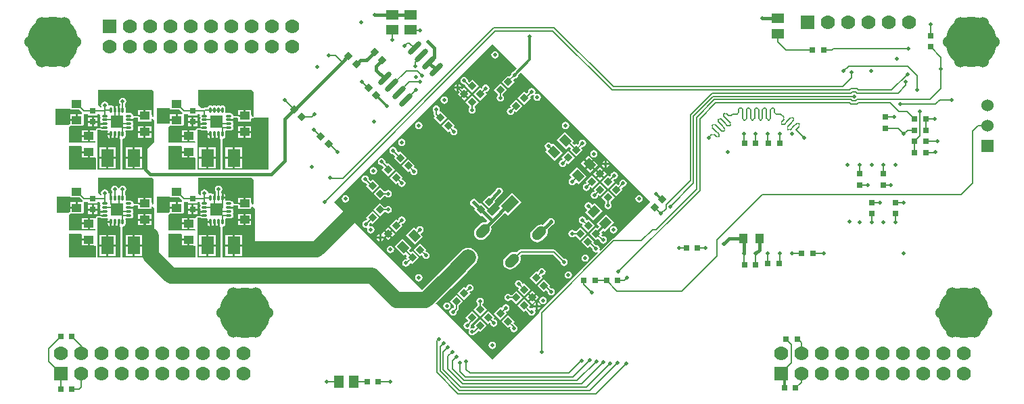
<source format=gbl>
%FSLAX44Y44*%
%MOMM*%
G71*
G01*
G75*
G04 Layer_Physical_Order=4*
G04 Layer_Color=16711680*
%ADD10O,1.0000X0.3000*%
%ADD11O,0.3000X1.9000*%
%ADD12P,1.0776X4X180.0*%
%ADD13P,1.0776X4X90.0*%
G04:AMPARAMS|DCode=14|XSize=0.35mm|YSize=1.8mm|CornerRadius=0mm|HoleSize=0mm|Usage=FLASHONLY|Rotation=225.000|XOffset=0mm|YOffset=0mm|HoleType=Round|Shape=Round|*
%AMOVALD14*
21,1,1.4500,0.3500,0.0000,0.0000,315.0*
1,1,0.3500,-0.5127,0.5127*
1,1,0.3500,0.5127,-0.5127*
%
%ADD14OVALD14*%

G04:AMPARAMS|DCode=15|XSize=0.3mm|YSize=1.8mm|CornerRadius=0mm|HoleSize=0mm|Usage=FLASHONLY|Rotation=45.000|XOffset=0mm|YOffset=0mm|HoleType=Round|Shape=Round|*
%AMOVALD15*
21,1,1.5000,0.3000,0.0000,0.0000,135.0*
1,1,0.3000,0.5303,-0.5303*
1,1,0.3000,-0.5303,0.5303*
%
%ADD15OVALD15*%

G04:AMPARAMS|DCode=16|XSize=0.3mm|YSize=1.8mm|CornerRadius=0mm|HoleSize=0mm|Usage=FLASHONLY|Rotation=135.000|XOffset=0mm|YOffset=0mm|HoleType=Round|Shape=Round|*
%AMOVALD16*
21,1,1.5000,0.3000,0.0000,0.0000,225.0*
1,1,0.3000,0.5303,0.5303*
1,1,0.3000,-0.5303,-0.5303*
%
%ADD16OVALD16*%

%ADD17R,0.7620X0.7620*%
%ADD18O,1.7000X0.3500*%
%ADD19C,0.2000*%
%ADD20C,0.3000*%
%ADD21R,2.0555X2.7112*%
%ADD22R,2.1110X2.7620*%
%ADD23R,2.4665X2.5737*%
%ADD24R,2.1650X2.4540*%
%ADD25C,1.7780*%
%ADD26R,1.7780X1.7780*%
%ADD27C,6.3500*%
%ADD28C,1.5240*%
%ADD29R,1.5240X1.5240*%
%ADD30R,1.7780X1.7780*%
%ADD31C,0.5000*%
%ADD32C,0.6600*%
%ADD33C,1.0160*%
%ADD34C,2.0320*%
G04:AMPARAMS|DCode=35|XSize=2.54mm|YSize=2.54mm|CornerRadius=0mm|HoleSize=0mm|Usage=FLASHONLY|Rotation=0.000|XOffset=0mm|YOffset=0mm|HoleType=Round|Shape=Relief|Width=0.254mm|Gap=0.254mm|Entries=4|*
%AMTHD35*
7,0,0,2.5400,2.0320,0.2540,45*
%
%ADD35THD35*%
%ADD36C,4.1160*%
%ADD37C,1.3160*%
G04:AMPARAMS|DCode=38|XSize=1.824mm|YSize=1.824mm|CornerRadius=0mm|HoleSize=0mm|Usage=FLASHONLY|Rotation=0.000|XOffset=0mm|YOffset=0mm|HoleType=Round|Shape=Relief|Width=0.254mm|Gap=0.254mm|Entries=4|*
%AMTHD38*
7,0,0,1.8240,1.3160,0.2540,45*
%
%ADD38THD38*%
G04:AMPARAMS|DCode=39|XSize=1.854mm|YSize=1.854mm|CornerRadius=0mm|HoleSize=0mm|Usage=FLASHONLY|Rotation=0.000|XOffset=0mm|YOffset=0mm|HoleType=Round|Shape=Relief|Width=0.254mm|Gap=0.254mm|Entries=4|*
%AMTHD39*
7,0,0,1.8540,1.3460,0.2540,45*
%
%ADD39THD39*%
%ADD40C,1.3460*%
%ADD41R,1.3000X1.5000*%
%ADD42R,0.7620X0.7620*%
%ADD43R,1.0160X1.2700*%
%ADD44R,1.6000X1.6000*%
%ADD45O,0.3000X0.8000*%
%ADD46O,0.8000X0.3000*%
%ADD47R,1.2700X1.0160*%
G04:AMPARAMS|DCode=48|XSize=1.016mm|YSize=1.27mm|CornerRadius=0mm|HoleSize=0mm|Usage=FLASHONLY|Rotation=45.000|XOffset=0mm|YOffset=0mm|HoleType=Round|Shape=Rectangle|*
%AMROTATEDRECTD48*
4,1,4,0.0898,-0.8082,-0.8082,0.0898,-0.0898,0.8082,0.8082,-0.0898,0.0898,-0.8082,0.0*
%
%ADD48ROTATEDRECTD48*%

G04:AMPARAMS|DCode=49|XSize=1.016mm|YSize=1.27mm|CornerRadius=0mm|HoleSize=0mm|Usage=FLASHONLY|Rotation=135.000|XOffset=0mm|YOffset=0mm|HoleType=Round|Shape=Rectangle|*
%AMROTATEDRECTD49*
4,1,4,0.8082,0.0898,-0.0898,-0.8082,-0.8082,-0.0898,0.0898,0.8082,0.8082,0.0898,0.0*
%
%ADD49ROTATEDRECTD49*%

%ADD50R,1.6500X2.3000*%
G04:AMPARAMS|DCode=51|XSize=1.3mm|YSize=2mm|CornerRadius=0mm|HoleSize=0mm|Usage=FLASHONLY|Rotation=315.000|XOffset=0mm|YOffset=0mm|HoleType=Round|Shape=Round|*
%AMOVALD51*
21,1,0.7000,1.3000,0.0000,0.0000,45.0*
1,1,1.3000,-0.2475,-0.2475*
1,1,1.3000,0.2475,0.2475*
%
%ADD51OVALD51*%

G04:AMPARAMS|DCode=52|XSize=1.3mm|YSize=2mm|CornerRadius=0mm|HoleSize=0mm|Usage=FLASHONLY|Rotation=315.000|XOffset=0mm|YOffset=0mm|HoleType=Round|Shape=Rectangle|*
%AMROTATEDRECTD52*
4,1,4,-1.1667,-0.2475,0.2475,1.1667,1.1667,0.2475,-0.2475,-1.1667,-1.1667,-0.2475,0.0*
%
%ADD52ROTATEDRECTD52*%

%ADD53R,1.5000X1.3000*%
G04:AMPARAMS|DCode=54|XSize=0.7mm|YSize=2.1mm|CornerRadius=0mm|HoleSize=0mm|Usage=FLASHONLY|Rotation=135.000|XOffset=0mm|YOffset=0mm|HoleType=Round|Shape=Round|*
%AMOVALD54*
21,1,1.4000,0.7000,0.0000,0.0000,225.0*
1,1,0.7000,0.4950,0.4950*
1,1,0.7000,-0.4950,-0.4950*
%
%ADD54OVALD54*%

%ADD55C,0.4000*%
%ADD56C,2.0000*%
G36*
X86650Y319102D02*
Y313490D01*
X95002D01*
Y312223D01*
X96270D01*
Y305140D01*
X103063D01*
X103961Y304242D01*
Y290000D01*
X70000D01*
Y320000D01*
X85752D01*
X86650Y319102D01*
D02*
G37*
G36*
X109977Y339977D02*
X111134Y339203D01*
X112500Y338932D01*
X117500D01*
X118166Y339064D01*
X119064Y338166D01*
X118931Y337500D01*
Y336270D01*
X122502D01*
Y335003D01*
X123770D01*
Y329184D01*
X123866Y329203D01*
X125000Y329961D01*
X126134Y329203D01*
X126230Y329184D01*
Y335003D01*
X128770D01*
Y329184D01*
X128866Y329203D01*
X130000Y329961D01*
X131134Y329203D01*
X131230Y329184D01*
Y335003D01*
X133770D01*
Y329184D01*
X133866Y329203D01*
X133880Y329213D01*
X135000Y328614D01*
Y290000D01*
X106000D01*
Y340000D01*
X109961D01*
X109977Y339977D01*
D02*
G37*
G36*
X71650Y255460D02*
X83214D01*
X86867Y251807D01*
D01*
X86867D01*
X86867Y251807D01*
X86867Y251807D01*
X86867D01*
D01*
X86867D01*
X86867Y251807D01*
Y251807D01*
X86867Y251807D01*
Y251807D01*
X87459Y251412D01*
X87459Y251412D01*
X87345Y251133D01*
X87345Y251133D01*
X87345D01*
X87345Y251133D01*
X87345Y251133D01*
D01*
X87268Y250947D01*
X87156Y250781D01*
D01*
X87156Y250780D01*
X87156Y250780D01*
X87117Y250583D01*
X87040Y250398D01*
X87000Y250197D01*
Y249996D01*
X86961Y249799D01*
Y249300D01*
X81270D01*
Y242218D01*
X80003D01*
Y240950D01*
X71650D01*
Y237123D01*
X71649Y237122D01*
X71590Y237098D01*
X71364Y237078D01*
X71269Y237028D01*
X71164Y237008D01*
X70972Y236880D01*
X70912Y236862D01*
X70832Y236820D01*
X70757Y236760D01*
X70659Y236709D01*
X70578Y236643D01*
X70578Y236643D01*
X70497Y236601D01*
X70088Y236270D01*
X55000D01*
Y256270D01*
X71650D01*
Y255460D01*
D02*
G37*
G36*
X234213Y248880D02*
X234203Y248866D01*
X233931Y247500D01*
X234203Y246134D01*
X234961Y245000D01*
X234203Y243866D01*
X233931Y242500D01*
X234203Y241134D01*
X234961Y240000D01*
X234203Y238866D01*
X234184Y238770D01*
X240002D01*
Y236230D01*
X234184D01*
X234203Y236134D01*
X234961Y235000D01*
X234203Y233866D01*
X234184Y233770D01*
X240002D01*
Y231230D01*
X236772D01*
X236133Y231657D01*
X236094Y231696D01*
X235909Y231773D01*
X235742Y231884D01*
X235545Y231924D01*
X235359Y232001D01*
X235158D01*
X234961Y232040D01*
X234023D01*
X233931Y232500D01*
X233553Y232039D01*
X231201D01*
X231004Y232000D01*
X230803D01*
X230635Y231967D01*
X230635D01*
X230450Y231890D01*
X230420Y231884D01*
X230396Y231867D01*
X230257Y231810D01*
X229900Y231662D01*
X229900Y231662D01*
D01*
X229338Y231099D01*
X229190Y230743D01*
X229133Y230605D01*
X229116Y230580D01*
X229110Y230550D01*
X229033Y230364D01*
Y230364D01*
D01*
X229000Y230197D01*
Y229996D01*
X228961Y229799D01*
Y229620D01*
X228961D01*
X228350D01*
X228063Y229620D01*
X228063Y229620D01*
Y229620D01*
X221270D01*
Y222537D01*
Y215460D01*
X228063D01*
X228349Y215173D01*
X227863Y214000D01*
X195000D01*
Y233579D01*
X196602Y234872D01*
X196778Y235014D01*
X196858Y235056D01*
X196943Y235124D01*
X196945Y235125D01*
X197063Y235126D01*
X197064Y235126D01*
X197097Y235140D01*
X213350D01*
Y236000D01*
X214000D01*
Y249799D01*
X214040Y250000D01*
X219190D01*
Y248160D01*
X230810D01*
Y250000D01*
X233614D01*
X234213Y248880D01*
D02*
G37*
G36*
X109213Y248880D02*
X109203Y248866D01*
X108932Y247500D01*
X109203Y246134D01*
X109961Y245000D01*
X109203Y243866D01*
X108932Y242500D01*
X109203Y241134D01*
X109961Y240000D01*
X109203Y238866D01*
X109184Y238770D01*
X115003D01*
Y236230D01*
X109184D01*
X109203Y236134D01*
X109961Y235000D01*
X109203Y233866D01*
X109184Y233770D01*
X115003D01*
Y231230D01*
X111772D01*
X111133Y231657D01*
X111094Y231696D01*
X110909Y231773D01*
X110742Y231884D01*
X110545Y231924D01*
X110359Y232001D01*
X110158D01*
X109961Y232040D01*
X109023D01*
X108931Y232500D01*
X108553Y232039D01*
X106201D01*
X106004Y232000D01*
X105803D01*
X105635Y231967D01*
X105635D01*
X105450Y231890D01*
X105421Y231884D01*
X105395Y231867D01*
X105257Y231810D01*
X104900Y231662D01*
X104900Y231662D01*
D01*
X104338Y231100D01*
X104190Y230743D01*
X104133Y230605D01*
X104116Y230580D01*
X104110Y230550D01*
X104033Y230364D01*
Y230364D01*
D01*
X104000Y230197D01*
Y229996D01*
X103961Y229799D01*
Y229620D01*
X103961D01*
X103350D01*
X103063Y229620D01*
X103063Y229620D01*
Y229620D01*
X96270D01*
Y222538D01*
Y215460D01*
X103063D01*
X103350Y215173D01*
X102864Y214000D01*
X70000D01*
Y233579D01*
X71778Y235014D01*
X71858Y235056D01*
X71940Y235122D01*
X72041Y235121D01*
X72042Y235122D01*
X72087Y235140D01*
X88350D01*
Y236000D01*
X89000D01*
Y249799D01*
X89040Y250000D01*
X94190D01*
Y248160D01*
X105810D01*
Y250000D01*
X108614D01*
X109213Y248880D01*
D02*
G37*
G36*
X71650Y365460D02*
X83214D01*
X86728Y361947D01*
Y359300D01*
X81270D01*
Y352217D01*
X80002D01*
Y350950D01*
X71650D01*
Y347123D01*
X71649Y347122D01*
X71358Y347096D01*
X71261Y347045D01*
X71154Y347024D01*
X70912Y346862D01*
X70654Y346727D01*
X70088Y346270D01*
X53727D01*
Y366270D01*
X71650D01*
Y365460D01*
D02*
G37*
G36*
X320000Y290000D02*
X262039D01*
Y328039D01*
X263039Y329039D01*
X263866Y329203D01*
X265023Y329977D01*
X265797Y331134D01*
X266069Y332500D01*
Y337500D01*
X265936Y338166D01*
X266834Y339064D01*
X267500Y338932D01*
X272500D01*
X273866Y339203D01*
X275023Y339977D01*
X275797Y341134D01*
X276068Y342500D01*
X275797Y343866D01*
X275039Y345000D01*
X275797Y346134D01*
X276068Y347500D01*
X275797Y348866D01*
X275039Y350000D01*
X275797Y351134D01*
X275816Y351230D01*
X269997D01*
Y353770D01*
X275816D01*
X275797Y353866D01*
X275787Y353880D01*
X276386Y355000D01*
X281452D01*
X281635Y354964D01*
X281650Y354953D01*
Y350700D01*
X298350D01*
Y353917D01*
X299388Y354648D01*
X299665Y354549D01*
X299913Y354513D01*
X300152Y354440D01*
X300303Y354455D01*
X300452Y354433D01*
X300695Y354493D01*
X300944Y354518D01*
X301077Y354589D01*
X301224Y354626D01*
X301425Y354775D01*
X301646Y354893D01*
X301776Y355000D01*
X320000D01*
Y290000D01*
D02*
G37*
G36*
X156650Y350700D02*
X173350D01*
Y353881D01*
X174523Y354367D01*
X176650Y352240D01*
Y345140D01*
X177000D01*
Y342000D01*
Y325000D01*
X166000Y314000D01*
Y290000D01*
X137039D01*
Y328039D01*
X138039Y329039D01*
X138866Y329203D01*
X140023Y329977D01*
X140797Y331134D01*
X141069Y332500D01*
Y337500D01*
X140936Y338166D01*
X141834Y339064D01*
X142500Y338932D01*
X147500D01*
X148866Y339203D01*
X150023Y339977D01*
X150797Y341134D01*
X151069Y342500D01*
X150797Y343866D01*
X150039Y345000D01*
X150797Y346134D01*
X151069Y347500D01*
X150797Y348866D01*
X150039Y350000D01*
X150797Y351134D01*
X150816Y351230D01*
X144997D01*
Y353770D01*
X150816D01*
X150797Y353866D01*
X150787Y353880D01*
X151386Y355000D01*
X156650D01*
Y350700D01*
D02*
G37*
G36*
X211650Y319102D02*
Y313490D01*
X220002D01*
Y312222D01*
X221270D01*
Y305140D01*
X228063D01*
X228961Y304242D01*
Y290000D01*
X195000D01*
Y320000D01*
X210752D01*
X211650Y319102D01*
D02*
G37*
G36*
X234977Y339977D02*
X236134Y339203D01*
X237500Y338932D01*
X242500D01*
X243166Y339064D01*
X244064Y338166D01*
X243931Y337500D01*
Y336270D01*
X247502D01*
Y335003D01*
X248770D01*
Y329184D01*
X248866Y329203D01*
X250000Y329961D01*
X251134Y329203D01*
X251230Y329184D01*
Y335003D01*
X253770D01*
Y329184D01*
X253866Y329203D01*
X255000Y329961D01*
X256134Y329203D01*
X256230Y329184D01*
Y335003D01*
X258770D01*
Y329184D01*
X258866Y329203D01*
X258880Y329213D01*
X260000Y328614D01*
Y328039D01*
Y290000D01*
X231000D01*
Y304242D01*
X231000Y304242D01*
X231000Y304242D01*
Y339799D01*
X231033Y339967D01*
X231201Y340000D01*
X234961D01*
X234977Y339977D01*
D02*
G37*
G36*
X109977Y229977D02*
X111134Y229203D01*
X112500Y228932D01*
X117500D01*
X118166Y229064D01*
X119064Y228166D01*
X118932Y227500D01*
Y226270D01*
X122503D01*
Y225003D01*
X123770D01*
Y219184D01*
X123866Y219203D01*
X125000Y219961D01*
X126134Y219203D01*
X126230Y219184D01*
Y225003D01*
X128770D01*
Y219184D01*
X128866Y219203D01*
X130000Y219961D01*
X131134Y219203D01*
X131230Y219184D01*
Y225003D01*
X133770D01*
Y219184D01*
X133866Y219203D01*
X133880Y219213D01*
X135000Y218614D01*
Y218039D01*
Y180000D01*
X106000D01*
Y194242D01*
X106000Y194242D01*
X106000Y194242D01*
Y229799D01*
X106033Y229967D01*
X106201Y230000D01*
X109961D01*
X109977Y229977D01*
D02*
G37*
G36*
X631064Y416926D02*
X627613Y413474D01*
X626429Y413239D01*
X624941Y412244D01*
X623946Y410756D01*
X623597Y409000D01*
X623641Y408781D01*
X621538Y406679D01*
X620000Y408217D01*
X611783Y400000D01*
X620000Y391783D01*
X628217Y400000D01*
X625864Y402353D01*
X627966Y404455D01*
X628185Y404412D01*
X629941Y404761D01*
X631429Y405756D01*
X632424Y407244D01*
X632659Y408428D01*
X636111Y411879D01*
X797990Y250000D01*
X752049Y204059D01*
X752000D01*
X750829Y203826D01*
X749837Y203163D01*
X749837Y203163D01*
X735369Y188694D01*
X734249Y189293D01*
X734588Y191000D01*
X734239Y192756D01*
X733244Y194244D01*
X731756Y195239D01*
X730000Y195588D01*
X729781Y195545D01*
X726771Y198555D01*
X728217Y200000D01*
X720000Y208217D01*
X711783Y200000D01*
X720000Y191783D01*
X722445Y194229D01*
X725455Y191219D01*
X725412Y191000D01*
X725761Y189244D01*
X726756Y187756D01*
X728244Y186761D01*
X730000Y186412D01*
X731707Y186751D01*
X732306Y185631D01*
X659837Y113163D01*
X659174Y112170D01*
X658941Y111000D01*
X658941Y111000D01*
Y110951D01*
X600000Y52010D01*
X529564Y122447D01*
X548559Y141441D01*
X548559Y141441D01*
X548559Y141441D01*
X563559Y156441D01*
Y156441D01*
X563559D01*
X568559Y161441D01*
X578559Y171441D01*
X580482Y173948D01*
X581691Y176867D01*
X582104Y180000D01*
X581691Y183133D01*
X580482Y186052D01*
X578559Y188559D01*
X576052Y190482D01*
X573133Y191691D01*
X570000Y192104D01*
X566867Y191691D01*
X563948Y190482D01*
X561441Y188559D01*
X551441Y178559D01*
X546441Y173559D01*
Y173559D01*
X546441D01*
X531441Y158559D01*
X512447Y139564D01*
X402010Y250000D01*
X600000Y447990D01*
X631064Y416926D01*
D02*
G37*
G36*
X86650Y209102D02*
Y203490D01*
X95003D01*
Y202223D01*
X96270D01*
Y195140D01*
X99470D01*
X103961Y194242D01*
Y180000D01*
X70000D01*
Y210000D01*
X85752D01*
X86650Y209102D01*
D02*
G37*
G36*
X211650Y209102D02*
Y203490D01*
X220002D01*
Y202223D01*
X221270D01*
Y195140D01*
X224470D01*
X228961Y194242D01*
Y180000D01*
X195000D01*
Y210000D01*
X210752D01*
X211650Y209102D01*
D02*
G37*
G36*
X234977Y229977D02*
X236134Y229203D01*
X237500Y228931D01*
X242500D01*
X243166Y229064D01*
X244064Y228166D01*
X243931Y227500D01*
Y226270D01*
X247502D01*
Y225002D01*
X248770D01*
Y219184D01*
X248866Y219203D01*
X250000Y219961D01*
X251134Y219203D01*
X251230Y219184D01*
Y225002D01*
X253770D01*
Y219184D01*
X253866Y219203D01*
X255000Y219961D01*
X256134Y219203D01*
X256230Y219184D01*
Y225002D01*
X258770D01*
Y219184D01*
X258866Y219203D01*
X258880Y219213D01*
X260000Y218614D01*
Y218039D01*
Y180000D01*
X231000D01*
Y194242D01*
X231000Y194242D01*
X231000Y194242D01*
Y229799D01*
X231033Y229967D01*
X231201Y230000D01*
X234961D01*
X234977Y229977D01*
D02*
G37*
G36*
X301110Y277890D02*
Y247457D01*
X300568Y246647D01*
X300352Y246469D01*
X299156Y246897D01*
X298350Y250951D01*
Y254860D01*
X291270D01*
Y247778D01*
X290002D01*
Y246510D01*
X282991D01*
X282431Y246884D01*
X281650Y247040D01*
Y247039D01*
X278385D01*
X276068Y247500D01*
X275797Y248866D01*
X275023Y250023D01*
X273866Y250797D01*
X272500Y251069D01*
X267500D01*
X266834Y250936D01*
X265936Y251834D01*
X266069Y252500D01*
Y253730D01*
X262497D01*
Y254998D01*
X261230D01*
Y260816D01*
X261540Y260878D01*
X260559Y261683D01*
Y262132D01*
X260744Y262256D01*
X261739Y263744D01*
X262088Y265500D01*
X261739Y267256D01*
X260744Y268744D01*
X259256Y269739D01*
X257500Y270088D01*
X255744Y269739D01*
X254256Y268744D01*
X253261Y267256D01*
X252912Y265500D01*
X253261Y263744D01*
X254256Y262256D01*
X254256D01*
X254441Y261683D01*
X253460Y260878D01*
X253770Y260816D01*
Y254998D01*
X251230D01*
Y260816D01*
X251134Y260797D01*
X250000Y260039D01*
X248866Y260797D01*
X247500Y261069D01*
X246134Y260797D01*
X246014Y260716D01*
X244715Y260975D01*
X244582Y261030D01*
X244239Y262756D01*
X243244Y264244D01*
X241756Y265239D01*
X240000Y265588D01*
X238244Y265239D01*
X236756Y264244D01*
X235761Y262756D01*
X235412Y261000D01*
X235761Y259244D01*
X235971Y258930D01*
Y258688D01*
X234798Y258202D01*
X232000Y261000D01*
Y280000D01*
X299000D01*
X301110Y277890D01*
D02*
G37*
G36*
X176110Y277890D02*
Y247458D01*
X175568Y246647D01*
X175352Y246469D01*
X174156Y246897D01*
X173350Y250951D01*
Y254860D01*
X166270D01*
Y247778D01*
X165003D01*
Y246510D01*
X157991D01*
X157431Y246884D01*
X156650Y247040D01*
Y247039D01*
X153385D01*
X151069Y247500D01*
X150797Y248866D01*
X150023Y250023D01*
X148866Y250797D01*
X147500Y251069D01*
X142500D01*
X141834Y250936D01*
X140936Y251834D01*
X141069Y252500D01*
Y257500D01*
X140797Y258866D01*
X140559Y259222D01*
Y262132D01*
X140744Y262256D01*
X141739Y263744D01*
X142088Y265500D01*
X141739Y267256D01*
X140744Y268744D01*
X139256Y269739D01*
X137500Y270088D01*
X135744Y269739D01*
X134256Y268744D01*
X133261Y267256D01*
X133135Y266622D01*
X131865D01*
X131739Y267256D01*
X130744Y268744D01*
X129256Y269739D01*
X127500Y270088D01*
X125744Y269739D01*
X124256Y268744D01*
X123261Y267256D01*
X122912Y265500D01*
X123261Y263744D01*
X124256Y262256D01*
X124256D01*
X124441Y261684D01*
X123460Y260878D01*
X123770Y260816D01*
Y254998D01*
X121230D01*
Y260816D01*
X121134Y260797D01*
X121014Y260716D01*
X119715Y260975D01*
X119582Y261030D01*
X119239Y262756D01*
X118244Y264244D01*
X116756Y265239D01*
X115000Y265588D01*
X113244Y265239D01*
X111756Y264244D01*
X110761Y262756D01*
X110412Y261000D01*
X110761Y259244D01*
X110971Y258930D01*
Y258688D01*
X109798Y258202D01*
X107000Y261000D01*
Y280000D01*
X174000D01*
X176110Y277890D01*
D02*
G37*
G36*
X196650Y255460D02*
X208214D01*
X211727Y251947D01*
Y249300D01*
X206270D01*
Y242218D01*
X205002D01*
Y240950D01*
X196650D01*
Y237123D01*
X196649Y237122D01*
X196602Y237103D01*
X196379Y237084D01*
X196377Y237083D01*
X196372Y237081D01*
X196367Y237080D01*
X196263Y237026D01*
X196149Y237002D01*
X195967Y236878D01*
X195912Y236862D01*
X195832Y236820D01*
X195766Y236767D01*
X195670Y236717D01*
X195667Y236713D01*
X195662Y236711D01*
X195578Y236643D01*
X195497Y236601D01*
X195321Y236458D01*
X195321Y236458D01*
X195088Y236270D01*
X180000D01*
Y256270D01*
X196650D01*
Y255460D01*
D02*
G37*
G36*
X281635Y244964D02*
X281650Y244953D01*
Y240700D01*
X298350D01*
Y242467D01*
X298760Y243613D01*
X299999Y243891D01*
X302000Y241890D01*
X303000Y241000D01*
Y180000D01*
X262039D01*
Y218039D01*
X263039Y219039D01*
X263866Y219203D01*
X265023Y219977D01*
X265797Y221134D01*
X266069Y222500D01*
Y227500D01*
X265936Y228166D01*
X266834Y229064D01*
X267500Y228931D01*
X272500D01*
X273866Y229203D01*
X275023Y229977D01*
X275797Y231134D01*
X276068Y232500D01*
X275797Y233866D01*
X275039Y235000D01*
X275797Y236134D01*
X276068Y237500D01*
X275797Y238866D01*
X275039Y240000D01*
X275797Y241134D01*
X275816Y241230D01*
X269997D01*
Y243770D01*
X275816D01*
X275797Y243866D01*
X275787Y243880D01*
X276386Y245000D01*
X281452D01*
X281635Y244964D01*
D02*
G37*
G36*
X156635Y244964D02*
X156650Y244954D01*
Y240700D01*
X173350D01*
Y242467D01*
X173760Y243613D01*
X174999Y243891D01*
X177000Y241890D01*
Y215000D01*
X166000Y204000D01*
Y180000D01*
X137039D01*
Y218039D01*
X138039Y219039D01*
X138866Y219203D01*
X140023Y219977D01*
X140797Y221134D01*
X141069Y222500D01*
Y227500D01*
X140936Y228166D01*
X141834Y229064D01*
X142500Y228932D01*
X147500D01*
X148866Y229203D01*
X150023Y229977D01*
X150797Y231134D01*
X151069Y232500D01*
X150797Y233866D01*
X150039Y235000D01*
X150797Y236134D01*
X151069Y237500D01*
X150797Y238866D01*
X150039Y240000D01*
X150797Y241134D01*
X150816Y241230D01*
X144998D01*
Y243770D01*
X150816D01*
X150797Y243866D01*
X150787Y243880D01*
X151386Y245000D01*
X156452D01*
X156635Y244964D01*
D02*
G37*
G36*
X176110Y387890D02*
Y357457D01*
X175568Y356647D01*
X175352Y356469D01*
X174156Y356897D01*
X173350Y360951D01*
Y364860D01*
X166270D01*
Y357777D01*
X165002D01*
Y356510D01*
X157991D01*
X157431Y356884D01*
X156650Y357040D01*
Y357039D01*
X153385D01*
X151069Y357500D01*
X150797Y358866D01*
X150023Y360023D01*
X148866Y360797D01*
X147500Y361069D01*
X142500D01*
X141834Y360936D01*
X140936Y361834D01*
X141069Y362500D01*
Y367500D01*
X140797Y368866D01*
X140559Y369222D01*
Y372132D01*
X140744Y372256D01*
X141739Y373744D01*
X142088Y375500D01*
X141739Y377256D01*
X140744Y378744D01*
X139256Y379739D01*
X137500Y380088D01*
X135744Y379739D01*
X134256Y378744D01*
X133261Y377256D01*
X132912Y375500D01*
X133261Y373744D01*
X134256Y372256D01*
X134256D01*
X134441Y371683D01*
X134441D01*
X133460Y370878D01*
X133770Y370816D01*
Y364997D01*
X131230D01*
Y370816D01*
X131134Y370797D01*
X130000Y370039D01*
X128866Y370797D01*
X128770Y370816D01*
Y364997D01*
X126230D01*
Y370816D01*
X126134Y370797D01*
X125000Y370039D01*
X123866Y370797D01*
X122500Y371069D01*
X121134Y370797D01*
X121014Y370716D01*
X119715Y370975D01*
X119582Y371030D01*
X119239Y372756D01*
X118244Y374244D01*
X116756Y375239D01*
X115000Y375588D01*
X113244Y375239D01*
X111756Y374244D01*
X110761Y372756D01*
X110412Y371000D01*
X110761Y369244D01*
X110971Y368930D01*
Y368688D01*
X109798Y368202D01*
X107000Y371000D01*
Y390000D01*
X174000D01*
X176110Y387890D01*
D02*
G37*
G36*
X234213Y358880D02*
X234203Y358866D01*
X233931Y357500D01*
X234203Y356134D01*
X234961Y355000D01*
X234203Y353866D01*
X233931Y352500D01*
X234203Y351134D01*
X234961Y350000D01*
X234203Y348866D01*
X234184Y348770D01*
X240002D01*
Y346230D01*
X234184D01*
X234203Y346134D01*
X234961Y345000D01*
X234203Y343866D01*
X234184Y343770D01*
X240002D01*
Y341230D01*
X236772D01*
X236133Y341657D01*
X236094Y341696D01*
X235909Y341773D01*
X235742Y341884D01*
X235545Y341924D01*
X235359Y342001D01*
X235158D01*
X234961Y342040D01*
X234023D01*
X233931Y342500D01*
X233553Y342039D01*
X231000D01*
X230220Y341884D01*
X229558Y341442D01*
X229116Y340780D01*
X228961Y340000D01*
Y339620D01*
X228961D01*
X228350D01*
X228063Y339620D01*
X228063Y339620D01*
Y339620D01*
X221270D01*
Y332537D01*
Y325460D01*
X228063D01*
X228349Y325173D01*
X227863Y324000D01*
X195000D01*
Y343579D01*
X196778Y345014D01*
X196858Y345056D01*
X196940Y345122D01*
X197041Y345121D01*
X197042Y345121D01*
X197087Y345140D01*
X213350D01*
Y346000D01*
X214000D01*
Y359799D01*
X214040Y360000D01*
X219190D01*
Y358160D01*
X230810D01*
Y360000D01*
X233614D01*
X234213Y358880D01*
D02*
G37*
G36*
X196650Y365460D02*
X208214D01*
X211867Y361807D01*
X212459Y361412D01*
X212459Y361412D01*
X212344Y361133D01*
X212344Y361133D01*
X212344D01*
X212344Y361133D01*
X212344Y361133D01*
D01*
X212268Y360947D01*
X212156Y360780D01*
D01*
X212156Y360780D01*
X212156Y360780D01*
X212117Y360583D01*
X212040Y360398D01*
X212000Y360197D01*
Y359996D01*
X211961Y359799D01*
Y359300D01*
X206270D01*
Y352217D01*
X205002D01*
Y350950D01*
X196650D01*
Y347540D01*
X179997D01*
Y367540D01*
X196650D01*
Y365460D01*
D02*
G37*
G36*
X301110Y387890D02*
Y357457D01*
X300568Y356647D01*
X300352Y356469D01*
X299156Y356897D01*
X298350Y360951D01*
Y364860D01*
X291270D01*
Y357777D01*
X290002D01*
Y356510D01*
X282991D01*
X282431Y356884D01*
X281650Y357040D01*
Y357039D01*
X278385D01*
X276068Y357500D01*
X275797Y358866D01*
X275023Y360023D01*
X273866Y360797D01*
X272500Y361069D01*
X267500D01*
X266834Y360936D01*
X265936Y361834D01*
X266069Y362500D01*
Y367500D01*
X265797Y368866D01*
X265023Y370023D01*
X263866Y370797D01*
X262500Y371069D01*
X261134Y370797D01*
X260000Y370039D01*
X258866Y370797D01*
X257500Y371069D01*
X256134Y370797D01*
X255000Y370039D01*
X253866Y370797D01*
X252500Y371069D01*
X251134Y370797D01*
X250000Y370039D01*
X248866Y370797D01*
X247500Y371069D01*
X246134Y370797D01*
X244977Y370023D01*
X244203Y368866D01*
X244043Y368059D01*
X241000D01*
X241000Y368059D01*
X239829Y367826D01*
X238837Y367163D01*
X238837Y367163D01*
X238703Y367029D01*
X235971D01*
X232000Y371000D01*
Y390000D01*
X299000D01*
X301110Y387890D01*
D02*
G37*
G36*
X109213Y358880D02*
X109203Y358866D01*
X108931Y357500D01*
X109203Y356134D01*
X109961Y355000D01*
X109203Y353866D01*
X108931Y352500D01*
X109203Y351134D01*
X109961Y350000D01*
X109203Y348866D01*
X109184Y348770D01*
X115002D01*
Y346230D01*
X109184D01*
X109203Y346134D01*
X109961Y345000D01*
X109203Y343866D01*
X109184Y343770D01*
X115002D01*
Y341230D01*
X111772D01*
X111133Y341657D01*
X111094Y341696D01*
X110909Y341773D01*
X110742Y341884D01*
X110545Y341924D01*
X110359Y342001D01*
X110158D01*
X109961Y342040D01*
X109023D01*
X108931Y342500D01*
X108553Y342039D01*
X106000D01*
X105220Y341884D01*
X104558Y341442D01*
X104116Y340780D01*
X103961Y340000D01*
Y339620D01*
X103961D01*
X103350D01*
X103063Y339620D01*
X103063Y339620D01*
Y339620D01*
X96270D01*
Y332537D01*
Y325460D01*
X103063D01*
X103350Y325173D01*
X102863Y324000D01*
X70000D01*
Y343579D01*
X71934Y345140D01*
X88350D01*
Y346000D01*
X89000D01*
Y360000D01*
X94190D01*
Y358160D01*
X105810D01*
Y360000D01*
X108614D01*
X109213Y358880D01*
D02*
G37*
%LPC*%
G36*
X710122Y218095D02*
X704964Y212937D01*
X703418D01*
X703294Y213123D01*
X701806Y214117D01*
X700050Y214466D01*
X698294Y214117D01*
X696806Y213123D01*
X695811Y211634D01*
X695462Y209878D01*
X695811Y208123D01*
X696806Y206634D01*
X698294Y205639D01*
X700050Y205290D01*
X701806Y205639D01*
X703294Y206634D01*
X703418Y206819D01*
X704964D01*
X710122Y201662D01*
X718338Y209878D01*
X710122Y218095D01*
D02*
G37*
G36*
X713000Y231588D02*
X711244Y231239D01*
X709756Y230244D01*
X708761Y228756D01*
X708412Y227000D01*
X708761Y225244D01*
X709756Y223756D01*
X711244Y222761D01*
X712879Y222436D01*
X713217Y221321D01*
X713239Y221212D01*
X711905Y219878D01*
X720122Y211662D01*
X728338Y219878D01*
X720122Y228095D01*
X718788Y226761D01*
X718679Y226783D01*
X717564Y227121D01*
X717239Y228756D01*
X716244Y230244D01*
X714756Y231239D01*
X713000Y231588D01*
D02*
G37*
G36*
X470000Y218217D02*
X466790Y215006D01*
X470000Y211796D01*
X473210Y215006D01*
X470000Y218217D01*
D02*
G37*
G36*
X218730Y221270D02*
X211650D01*
Y215460D01*
X218730D01*
Y221270D01*
D02*
G37*
G36*
X246230Y223730D02*
X243931D01*
Y222500D01*
X244203Y221134D01*
X244977Y219977D01*
X246134Y219203D01*
X246230Y219184D01*
Y223730D01*
D02*
G37*
G36*
X121230Y223730D02*
X118932D01*
Y222500D01*
X119203Y221134D01*
X119977Y219977D01*
X121134Y219203D01*
X121230Y219184D01*
Y223730D01*
D02*
G37*
G36*
X288730Y226190D02*
X281650D01*
Y220380D01*
X288730D01*
Y226190D01*
D02*
G37*
G36*
X93730Y221270D02*
X86650D01*
Y215460D01*
X93730D01*
Y221270D01*
D02*
G37*
G36*
X509694Y219282D02*
X507938Y218933D01*
X506450Y217938D01*
X505455Y216450D01*
X505428Y216313D01*
X504213Y215945D01*
X501674Y218483D01*
X491662Y208470D01*
X503470Y196662D01*
X513483Y206674D01*
X510945Y209213D01*
X511313Y210428D01*
X511450Y210455D01*
X512938Y211450D01*
X513933Y212938D01*
X514282Y214694D01*
X513933Y216450D01*
X512938Y217938D01*
X511450Y218933D01*
X509694Y219282D01*
D02*
G37*
G36*
X742694Y234115D02*
X730885Y222306D01*
X734072Y219119D01*
X731585Y216632D01*
X730000Y218217D01*
X721783Y210000D01*
X730000Y201783D01*
X731945Y203729D01*
X734595Y201079D01*
X734761Y200244D01*
X735756Y198756D01*
X737244Y197761D01*
X739000Y197412D01*
X740756Y197761D01*
X742244Y198756D01*
X743239Y200244D01*
X743588Y202000D01*
X743239Y203756D01*
X742244Y205244D01*
X740756Y206239D01*
X739000Y206588D01*
X737947Y206379D01*
X736271Y208055D01*
X738217Y210000D01*
X736632Y211585D01*
X739119Y214072D01*
X740898Y212293D01*
X752707Y224102D01*
X742694Y234115D01*
D02*
G37*
G36*
X150230Y208500D02*
X141250D01*
Y196270D01*
X150230D01*
Y208500D01*
D02*
G37*
G36*
X161750D02*
X152770D01*
Y196270D01*
X161750D01*
Y208500D01*
D02*
G37*
G36*
X458730Y203730D02*
X455664D01*
X455761Y203244D01*
X456756Y201756D01*
X458244Y200761D01*
X458730Y200665D01*
Y203730D01*
D02*
G37*
G36*
X286750Y208500D02*
X277770D01*
Y196270D01*
X286750D01*
Y208500D01*
D02*
G37*
G36*
X117220Y208500D02*
X108240D01*
Y196270D01*
X117220D01*
Y208500D01*
D02*
G37*
G36*
X128740D02*
X119760D01*
Y196270D01*
X128740D01*
Y208500D01*
D02*
G37*
G36*
X475006Y213210D02*
X471796Y210000D01*
X475006Y206790D01*
X478217Y210000D01*
X475006Y213210D01*
D02*
G37*
G36*
X752000Y219261D02*
X750244Y218912D01*
X748756Y217917D01*
X747761Y216428D01*
X747412Y214673D01*
X747761Y212917D01*
X748756Y211428D01*
X750244Y210434D01*
X752000Y210084D01*
X753756Y210434D01*
X755244Y211428D01*
X756239Y212917D01*
X756588Y214673D01*
X756239Y216428D01*
X755244Y217917D01*
X753756Y218912D01*
X752000Y219261D01*
D02*
G37*
G36*
X464994Y213210D02*
X462024Y210240D01*
X462024Y210240D01*
Y210240D01*
X461783Y210000D01*
D01*
X461144Y209361D01*
X461270Y209336D01*
Y206270D01*
X464336D01*
X464470Y205595D01*
X465589Y206193D01*
X464993Y206789D01*
X468204Y210000D01*
X464994Y213210D01*
D02*
G37*
G36*
X464336Y203730D02*
X461270D01*
Y200665D01*
X461756Y200761D01*
X463244Y201756D01*
X464239Y203244D01*
X464336Y203730D01*
D02*
G37*
G36*
X470000Y208204D02*
X466790Y204994D01*
X470000Y201783D01*
X473210Y204994D01*
X470000Y208204D01*
D02*
G37*
G36*
X458730Y209335D02*
X458244Y209239D01*
X456756Y208244D01*
X455761Y206756D01*
X455664Y206270D01*
X458730D01*
Y209335D01*
D02*
G37*
G36*
X298350Y226190D02*
X291270D01*
Y220380D01*
X298350D01*
Y226190D01*
D02*
G37*
G36*
X223730Y238730D02*
X219190D01*
Y234190D01*
X223730D01*
Y238730D01*
D02*
G37*
G36*
X230810D02*
X226270D01*
Y234190D01*
X230810D01*
Y238730D01*
D02*
G37*
G36*
X624475Y261496D02*
X607504Y244525D01*
X609496Y242534D01*
Y241264D01*
X600635Y232403D01*
X599365D01*
X592992Y238776D01*
X594217Y240000D01*
X586000Y248217D01*
X585411Y247627D01*
X584141D01*
X581295Y250472D01*
X581239Y250756D01*
X580244Y252244D01*
X578756Y253239D01*
X577000Y253588D01*
X575244Y253239D01*
X573756Y252244D01*
X572761Y250756D01*
X572412Y249000D01*
X572761Y247244D01*
X573756Y245756D01*
X575244Y244761D01*
X575528Y244705D01*
X578373Y241859D01*
Y240589D01*
X577783Y240000D01*
X586000Y231783D01*
X587225Y233008D01*
X593597Y226635D01*
Y225365D01*
X592129Y223897D01*
X590534Y224107D01*
X588315Y223815D01*
X586247Y222959D01*
X584472Y221596D01*
X579522Y216646D01*
X578159Y214871D01*
X577303Y212803D01*
X577011Y210584D01*
X577303Y208365D01*
X578159Y206297D01*
X579522Y204522D01*
X581297Y203159D01*
X583365Y202303D01*
X585584Y202011D01*
X587803Y202303D01*
X589871Y203159D01*
X591646Y204522D01*
X596596Y209471D01*
X597958Y211247D01*
X598815Y213315D01*
X599107Y215534D01*
X598815Y217753D01*
X598436Y218668D01*
X602884Y223116D01*
X602884Y223116D01*
X615263Y235496D01*
X616534D01*
X619525Y232504D01*
X636496Y249475D01*
X624475Y261496D01*
D02*
G37*
G36*
X555730Y391730D02*
X552664D01*
X552761Y391244D01*
X553756Y389756D01*
X555244Y388761D01*
X555730Y388665D01*
Y391730D01*
D02*
G37*
G36*
X565000Y406261D02*
X563244Y405912D01*
X561756Y404917D01*
X560761Y403428D01*
X560412Y401673D01*
X560761Y399917D01*
X561756Y398428D01*
X563244Y397434D01*
X565000Y397085D01*
X565219Y397128D01*
X567065Y395282D01*
X566783Y395000D01*
X575000Y386783D01*
X583217Y395000D01*
X575000Y403217D01*
X571391Y399608D01*
X569545Y401454D01*
X569588Y401673D01*
X569239Y403428D01*
X568244Y404917D01*
X566756Y405912D01*
X565000Y406261D01*
D02*
G37*
G36*
X98730Y238730D02*
X94190D01*
Y234190D01*
X98730D01*
Y238730D01*
D02*
G37*
G36*
X745122Y263338D02*
X736905Y255122D01*
X742063Y249964D01*
Y248418D01*
X741877Y248294D01*
X740883Y246806D01*
X740534Y245050D01*
X740883Y243294D01*
X741877Y241806D01*
X743366Y240811D01*
X745122Y240462D01*
X746878Y240811D01*
X748366Y241806D01*
X749361Y243294D01*
X749710Y245050D01*
X749361Y246806D01*
X748366Y248294D01*
X748180Y248418D01*
Y249964D01*
X753338Y255122D01*
X745122Y263338D01*
D02*
G37*
G36*
X223730Y245810D02*
X219190D01*
Y241270D01*
X223730D01*
Y245810D01*
D02*
G37*
G36*
X649612Y392588D02*
X647856Y392239D01*
X646367Y391244D01*
X645373Y389756D01*
X645023Y388000D01*
X645067Y387781D01*
X642751Y385465D01*
X640000Y388217D01*
X631783Y380000D01*
X640000Y371783D01*
X648217Y380000D01*
X647077Y381140D01*
X649393Y383455D01*
X649612Y383412D01*
X651367Y383761D01*
X651820Y384063D01*
X652718Y383165D01*
X652302Y382543D01*
X651952Y380787D01*
X652302Y379031D01*
X653296Y377542D01*
X654785Y376548D01*
X656541Y376199D01*
X658296Y376548D01*
X659785Y377542D01*
X660779Y379031D01*
X661129Y380787D01*
X660779Y382543D01*
X659785Y384031D01*
X658296Y385026D01*
X656541Y385375D01*
X654785Y385026D01*
X654333Y384724D01*
X653435Y385622D01*
X653850Y386244D01*
X654200Y388000D01*
X653850Y389756D01*
X652856Y391244D01*
X651367Y392239D01*
X649612Y392588D01*
D02*
G37*
G36*
X105810Y238730D02*
X101270D01*
Y234190D01*
X105810D01*
Y238730D01*
D02*
G37*
G36*
X459878Y248095D02*
X451662Y239878D01*
X459878Y231662D01*
X465036Y236819D01*
X466582D01*
X466706Y236634D01*
X468194Y235639D01*
X469950Y235290D01*
X471706Y235639D01*
X473194Y236634D01*
X474189Y238123D01*
X474538Y239878D01*
X474189Y241634D01*
X473194Y243123D01*
X471706Y244117D01*
X469950Y244466D01*
X468194Y244117D01*
X466706Y243123D01*
X466582Y242937D01*
X465036D01*
X459878Y248095D01*
D02*
G37*
G36*
X173350Y234540D02*
X166270D01*
Y228730D01*
X173350D01*
Y234540D01*
D02*
G37*
G36*
X218730Y229620D02*
X211650D01*
Y223810D01*
X218730D01*
Y229620D01*
D02*
G37*
G36*
X93730Y229620D02*
X86650D01*
Y223810D01*
X93730D01*
Y229620D01*
D02*
G37*
G36*
X673539Y229588D02*
X671783Y229239D01*
X670295Y228244D01*
X669300Y226756D01*
X669244Y226472D01*
X663672Y220900D01*
X663463Y220987D01*
X661244Y221279D01*
X659025Y220987D01*
X656958Y220130D01*
X655182Y218768D01*
X650232Y213818D01*
X648870Y212042D01*
X648013Y209974D01*
X647721Y207756D01*
X648013Y205537D01*
X648870Y203469D01*
X650232Y201693D01*
X652008Y200331D01*
X654076Y199474D01*
X656295Y199182D01*
X658514Y199474D01*
X660581Y200331D01*
X662357Y201693D01*
X667307Y206643D01*
X668669Y208419D01*
X669526Y210486D01*
X669818Y212705D01*
X669526Y214924D01*
X669439Y215133D01*
X675012Y220705D01*
X675295Y220761D01*
X676783Y221756D01*
X677778Y223244D01*
X678127Y225000D01*
X677778Y226756D01*
X676783Y228244D01*
X675295Y229239D01*
X673539Y229588D01*
D02*
G37*
G36*
X163730Y226190D02*
X156650D01*
Y220380D01*
X163730D01*
Y226190D01*
D02*
G37*
G36*
X173350D02*
X166270D01*
Y220380D01*
X173350D01*
Y226190D01*
D02*
G37*
G36*
X450000Y238217D02*
X441783Y230000D01*
X443729Y228055D01*
X442219Y226545D01*
X442000Y226588D01*
X440244Y226239D01*
X438756Y225244D01*
X437761Y223756D01*
X437412Y222000D01*
X437761Y220244D01*
X438756Y218756D01*
X440244Y217761D01*
X442000Y217412D01*
X443161Y217643D01*
X443867Y216587D01*
X443761Y216428D01*
X443412Y214673D01*
X443761Y212917D01*
X444756Y211428D01*
X446244Y210434D01*
X448000Y210084D01*
X449756Y210434D01*
X451244Y211428D01*
X452239Y212917D01*
X452588Y214673D01*
X452239Y216428D01*
X451244Y217917D01*
X449756Y218912D01*
X448000Y219261D01*
X446839Y219030D01*
X446133Y220086D01*
X446239Y220244D01*
X446588Y222000D01*
X446545Y222219D01*
X448055Y223729D01*
X450000Y221783D01*
X458217Y230000D01*
X450000Y238217D01*
D02*
G37*
G36*
X298350Y234540D02*
X291270D01*
Y228730D01*
X298350D01*
Y234540D01*
D02*
G37*
G36*
X163730Y234540D02*
X156650D01*
Y228730D01*
X163730D01*
Y234540D01*
D02*
G37*
G36*
X288730Y234540D02*
X281650D01*
Y228730D01*
X288730D01*
Y234540D01*
D02*
G37*
G36*
X720306Y249282D02*
X718550Y248933D01*
X717062Y247938D01*
X716067Y246450D01*
X715718Y244694D01*
X716067Y242938D01*
X717062Y241450D01*
X718550Y240455D01*
X718687Y240428D01*
X719055Y239213D01*
X716517Y236674D01*
X726530Y226662D01*
X738338Y238470D01*
X728326Y248483D01*
X725787Y245945D01*
X724572Y246313D01*
X724545Y246450D01*
X723550Y247938D01*
X722062Y248933D01*
X720306Y249282D01*
D02*
G37*
G36*
X487000Y231588D02*
X485244Y231239D01*
X483756Y230244D01*
X482761Y228756D01*
X482436Y227121D01*
X481321Y226783D01*
X481212Y226761D01*
X479878Y228095D01*
X471662Y219878D01*
X479878Y211662D01*
X488095Y219878D01*
X486761Y221212D01*
X487000Y222412D01*
X488756Y222761D01*
X490244Y223756D01*
X491239Y225244D01*
X491588Y227000D01*
X491239Y228756D01*
X490244Y230244D01*
X488756Y231239D01*
X487000Y231588D01*
D02*
G37*
G36*
X655006Y133210D02*
X651796Y130000D01*
X655006Y126790D01*
X658217Y130000D01*
X655006Y133210D01*
D02*
G37*
G36*
X633000Y151588D02*
X631244Y151239D01*
X629756Y150244D01*
X628761Y148756D01*
X628412Y147000D01*
X628761Y145244D01*
X629756Y143756D01*
X631244Y142761D01*
X632879Y142436D01*
X633217Y141321D01*
X633239Y141212D01*
X631905Y139878D01*
X640122Y131662D01*
X648338Y139878D01*
X640122Y148095D01*
X638788Y146761D01*
X638679Y146783D01*
X637564Y147121D01*
X637239Y148756D01*
X636244Y150244D01*
X634756Y151239D01*
X633000Y151588D01*
D02*
G37*
G36*
X644994Y133210D02*
X641783Y130000D01*
X644994Y126790D01*
X648204Y130000D01*
X644994Y133210D01*
D02*
G37*
G36*
X663612Y130872D02*
X661856Y130523D01*
X660367Y129529D01*
X659373Y128040D01*
X659024Y126284D01*
X659373Y124529D01*
X660367Y123040D01*
X661856Y122045D01*
X663612Y121696D01*
X665368Y122045D01*
X666856Y123040D01*
X667851Y124529D01*
X668200Y126284D01*
X667851Y128040D01*
X666856Y129529D01*
X665368Y130523D01*
X663612Y130872D01*
D02*
G37*
G36*
X650000Y128204D02*
X646790Y124994D01*
X650000Y121783D01*
X653210Y124994D01*
X650000Y128204D01*
D02*
G37*
G36*
Y138217D02*
X646790Y135006D01*
X650000Y131796D01*
X653210Y135006D01*
X650000Y138217D01*
D02*
G37*
G36*
X508104Y159157D02*
X506348Y158807D01*
X504860Y157813D01*
X503865Y156324D01*
X503516Y154569D01*
X503865Y152813D01*
X504860Y151324D01*
X506348Y150330D01*
X508104Y149980D01*
X509860Y150330D01*
X511348Y151324D01*
X512343Y152813D01*
X512692Y154569D01*
X512343Y156324D01*
X511348Y157813D01*
X509860Y158807D01*
X508104Y159157D01*
D02*
G37*
G36*
X695432Y162692D02*
X693676Y162343D01*
X692187Y161348D01*
X691192Y159860D01*
X690843Y158104D01*
X691192Y156348D01*
X692187Y154860D01*
X693676Y153865D01*
X695432Y153516D01*
X697187Y153865D01*
X698676Y154860D01*
X699670Y156348D01*
X700020Y158104D01*
X699670Y159860D01*
X698676Y161348D01*
X697187Y162343D01*
X695432Y162692D01*
D02*
G37*
G36*
X572000Y146588D02*
X570244Y146239D01*
X568756Y145244D01*
X567761Y143756D01*
X567436Y142121D01*
X566321Y141783D01*
X566212Y141761D01*
X566221Y141753D01*
D01*
X564878Y143095D01*
X556662Y134878D01*
X564878Y126662D01*
X573095Y134878D01*
X571761Y136212D01*
Y136212D01*
X571761Y136212D01*
X572000Y137412D01*
X573756Y137761D01*
X575244Y138756D01*
X576239Y140244D01*
X576588Y142000D01*
X576239Y143756D01*
X575244Y145244D01*
X573756Y146239D01*
X572000Y146588D01*
D02*
G37*
G36*
X665000Y153217D02*
X656783Y145000D01*
X665000Y136783D01*
X667445Y139229D01*
X669455Y137219D01*
X669412Y137000D01*
X669761Y135244D01*
X670756Y133756D01*
X672244Y132761D01*
X674000Y132412D01*
X675756Y132761D01*
X677244Y133756D01*
X678239Y135244D01*
X678588Y137000D01*
X678239Y138756D01*
X677244Y140244D01*
X675756Y141239D01*
X674000Y141588D01*
X673781Y141545D01*
X671771Y143555D01*
X673217Y145000D01*
X665000Y153217D01*
D02*
G37*
G36*
X630122Y138095D02*
X624964Y132937D01*
X623418D01*
X623294Y133123D01*
X621806Y134117D01*
X620050Y134466D01*
X618294Y134117D01*
X616806Y133123D01*
X615811Y131634D01*
X615462Y129878D01*
X615811Y128123D01*
X616806Y126634D01*
X618294Y125639D01*
X620050Y125290D01*
X621806Y125639D01*
X623294Y126634D01*
X623418Y126819D01*
X624964D01*
X630122Y121662D01*
X638338Y129878D01*
X630122Y138095D01*
D02*
G37*
G36*
X657270Y123336D02*
Y120270D01*
X660335D01*
X660239Y120756D01*
X659244Y122244D01*
X657756Y123239D01*
X657270Y123336D01*
D02*
G37*
G36*
X575000Y113217D02*
X566783Y105000D01*
X569966Y101818D01*
Y100548D01*
X568963Y99545D01*
X568744Y99588D01*
X566988Y99239D01*
X565499Y98244D01*
X564505Y96756D01*
X564156Y95000D01*
X564505Y93244D01*
X565499Y91756D01*
X566988Y90761D01*
X568744Y90412D01*
X570499Y90761D01*
X571243Y89648D01*
X570647Y88756D01*
X570298Y87000D01*
X570647Y85244D01*
X571642Y83756D01*
X573130Y82761D01*
X574886Y82412D01*
X576642Y82761D01*
X578130Y83756D01*
X578602Y84463D01*
X579163Y84837D01*
X582420Y88094D01*
X583690D01*
X585000Y86783D01*
X593217Y95000D01*
X585000Y103217D01*
X576783Y95000D01*
X578094Y93690D01*
Y92420D01*
X576804Y91130D01*
X576642Y91239D01*
X574886Y91588D01*
X573130Y91239D01*
X572386Y92352D01*
X572983Y93244D01*
X573332Y95000D01*
X573288Y95219D01*
X574853Y96783D01*
X575000D01*
X575000D01*
X583217Y105000D01*
X575000Y113217D01*
D02*
G37*
G36*
X584878Y129538D02*
X583122Y129189D01*
X581634Y128194D01*
X580639Y126706D01*
X580290Y124950D01*
X580639Y123194D01*
X581634Y121706D01*
X581819Y121582D01*
Y120036D01*
X576662Y114878D01*
X584878Y106662D01*
X593095Y114878D01*
X587937Y120036D01*
Y121582D01*
X588123Y121706D01*
X589117Y123194D01*
X589466Y124950D01*
X589117Y126706D01*
X588123Y128194D01*
X586634Y129189D01*
X584878Y129538D01*
D02*
G37*
G36*
X594878Y113095D02*
X586662Y104878D01*
X594878Y96662D01*
X596212Y97995D01*
X596321Y97973D01*
X597436Y97635D01*
X597761Y96001D01*
X598756Y94512D01*
X600244Y93518D01*
X602000Y93168D01*
X603756Y93518D01*
X605244Y94512D01*
X606239Y96001D01*
X606588Y97757D01*
X606239Y99512D01*
X605244Y101001D01*
X603756Y101995D01*
X602000Y102345D01*
X601761Y103545D01*
X603095Y104878D01*
X594878Y113095D01*
D02*
G37*
G36*
X600000Y74588D02*
X598244Y74239D01*
X596756Y73244D01*
X595761Y71756D01*
X595412Y70000D01*
X595761Y68244D01*
X596756Y66756D01*
X598244Y65761D01*
X600000Y65412D01*
X601756Y65761D01*
X603244Y66756D01*
X604239Y68244D01*
X604588Y70000D01*
X604239Y71756D01*
X603244Y73244D01*
X601756Y74239D01*
X600000Y74588D01*
D02*
G37*
G36*
X620000Y108217D02*
X611783Y100000D01*
X620000Y91783D01*
X621782Y93565D01*
X622764Y92760D01*
X622761Y92756D01*
X622412Y91000D01*
X622761Y89244D01*
X623756Y87756D01*
X625244Y86761D01*
X627000Y86412D01*
X628756Y86761D01*
X630244Y87756D01*
X631239Y89244D01*
X631588Y91000D01*
X631239Y92756D01*
X630244Y94244D01*
X629399Y94809D01*
X629163Y95163D01*
X626271Y98055D01*
X628217Y100000D01*
X620000Y108217D01*
D02*
G37*
G36*
X640000Y128217D02*
X631783Y120000D01*
X640000Y111783D01*
X641945Y113729D01*
X645359Y110316D01*
X645373Y110244D01*
X646367Y108756D01*
X647856Y107761D01*
X649612Y107412D01*
X651367Y107761D01*
X652856Y108756D01*
X653851Y110244D01*
X654200Y112000D01*
X653851Y113756D01*
X655100Y114590D01*
X654730Y114664D01*
Y117730D01*
X651665D01*
X651761Y117244D01*
X650511Y116409D01*
X649612Y116588D01*
X648048Y116277D01*
X646271Y118055D01*
X648217Y120000D01*
X640000Y128217D01*
D02*
G37*
G36*
X617243Y121588D02*
X615488Y121239D01*
X613999Y120244D01*
X613004Y118756D01*
X612679Y117121D01*
X611565Y116783D01*
X611455Y116761D01*
X610122Y118095D01*
X601905Y109878D01*
X610122Y101662D01*
X618338Y109878D01*
X617005Y111212D01*
X617243Y112412D01*
X618999Y112761D01*
X620488Y113756D01*
X621482Y115244D01*
X621832Y117000D01*
X621482Y118756D01*
X620488Y120244D01*
X618999Y121239D01*
X617243Y121588D01*
D02*
G37*
G36*
X654730Y123336D02*
X654244Y123239D01*
X652756Y122244D01*
X651761Y120756D01*
X651665Y120270D01*
X654730D01*
Y123336D01*
D02*
G37*
G36*
X555000Y133217D02*
X546783Y125000D01*
X551941Y119842D01*
Y117267D01*
X551000Y116588D01*
X549244Y116239D01*
X547756Y115244D01*
X546761Y113756D01*
X546412Y112000D01*
X546761Y110244D01*
X547756Y108756D01*
X549244Y107761D01*
X551000Y107412D01*
X552756Y107761D01*
X554244Y108756D01*
X555239Y110244D01*
X555588Y112000D01*
X555545Y112219D01*
X557163Y113837D01*
X557163Y113837D01*
X557826Y114830D01*
X557826Y114830D01*
X557826Y114830D01*
X558059Y116000D01*
X558059Y116000D01*
Y119842D01*
X563217Y125000D01*
X555000Y133217D01*
D02*
G37*
G36*
X543459Y123801D02*
X541704Y123452D01*
X540215Y122458D01*
X539221Y120969D01*
X538871Y119213D01*
X539221Y117457D01*
X540215Y115969D01*
X541704Y114974D01*
X543459Y114625D01*
X545215Y114974D01*
X546704Y115969D01*
X547698Y117457D01*
X548048Y119213D01*
X547698Y120969D01*
X546704Y122458D01*
X545215Y123452D01*
X543459Y123801D01*
D02*
G37*
G36*
X660335Y117730D02*
X657270D01*
Y114664D01*
X657756Y114761D01*
X659244Y115756D01*
X660239Y117244D01*
X660335Y117730D01*
D02*
G37*
G36*
X662243Y166588D02*
X660488Y166239D01*
X658999Y165244D01*
X658005Y163756D01*
X657679Y162121D01*
X656565Y161783D01*
X656455Y161761D01*
X655122Y163095D01*
X646905Y154878D01*
X655122Y146662D01*
X663338Y154878D01*
X662005Y156212D01*
X662243Y157412D01*
X663999Y157761D01*
X665488Y158756D01*
X666482Y160244D01*
X666832Y162000D01*
X666482Y163756D01*
X665488Y165244D01*
X663999Y166239D01*
X662243Y166588D01*
D02*
G37*
G36*
X472749Y194512D02*
X470993Y194163D01*
X469504Y193168D01*
X468510Y191680D01*
X468161Y189924D01*
X468510Y188168D01*
X469504Y186680D01*
X470993Y185685D01*
X472749Y185336D01*
X474505Y185685D01*
X475993Y186680D01*
X476988Y188168D01*
X477337Y189924D01*
X476988Y191680D01*
X475993Y193168D01*
X474505Y194163D01*
X472749Y194512D01*
D02*
G37*
G36*
X565000Y393217D02*
X562218Y390435D01*
X561236Y391240D01*
X561239Y391244D01*
X561335Y391730D01*
X558270D01*
Y388665D01*
X558756Y388761D01*
X558760Y388764D01*
X559565Y387782D01*
X556783Y385000D01*
X559994Y381790D01*
X564100Y385896D01*
D01*
X564102Y385898D01*
X564104Y385900D01*
D01*
X568210Y390006D01*
X565000Y393217D01*
D02*
G37*
G36*
X161750Y193730D02*
X152770D01*
Y181500D01*
X161750D01*
Y193730D01*
D02*
G37*
G36*
X128740D02*
X119760D01*
Y181500D01*
X128740D01*
Y193730D01*
D02*
G37*
G36*
X150230D02*
X141250D01*
Y181500D01*
X150230D01*
Y193730D01*
D02*
G37*
G36*
X677000Y190059D02*
X677000Y190059D01*
X635539D01*
X635539Y190059D01*
X634369Y189826D01*
X633376Y189163D01*
X630750Y186537D01*
X629522Y187045D01*
X627303Y187337D01*
X625084Y187045D01*
X623017Y186189D01*
X621241Y184827D01*
X616291Y179877D01*
X614929Y178101D01*
X614072Y176033D01*
X613780Y173814D01*
X614072Y171595D01*
X614929Y169528D01*
X616291Y167752D01*
X618067Y166390D01*
X620135Y165533D01*
X622354Y165241D01*
X624572Y165533D01*
X626640Y166390D01*
X628416Y167752D01*
X633366Y172702D01*
X634728Y174478D01*
X635584Y176545D01*
X635877Y178764D01*
X635584Y180983D01*
X635076Y182211D01*
X636806Y183941D01*
X675733D01*
X685455Y174219D01*
X685412Y174000D01*
X685761Y172244D01*
X686756Y170756D01*
X688244Y169761D01*
X690000Y169412D01*
X691756Y169761D01*
X693244Y170756D01*
X694239Y172244D01*
X694588Y174000D01*
X694239Y175756D01*
X693244Y177244D01*
X691756Y178239D01*
X690000Y178588D01*
X689781Y178545D01*
X679163Y189163D01*
X678170Y189826D01*
X677000Y190059D01*
D02*
G37*
G36*
X253740Y208500D02*
X244760D01*
Y196270D01*
X253740D01*
Y208500D01*
D02*
G37*
G36*
X275230D02*
X266250D01*
Y196270D01*
X275230D01*
Y208500D01*
D02*
G37*
G36*
X242220D02*
X233240D01*
Y196270D01*
X242220D01*
Y208500D01*
D02*
G37*
G36*
X218730Y200950D02*
X211650D01*
Y195140D01*
X218730D01*
Y200950D01*
D02*
G37*
G36*
X93730Y200950D02*
X86650D01*
Y195140D01*
X93730D01*
Y200950D01*
D02*
G37*
G36*
X117220Y193730D02*
X108240D01*
Y181500D01*
X117220D01*
Y193730D01*
D02*
G37*
G36*
X603508Y438408D02*
X601752Y438059D01*
X600263Y437064D01*
X599269Y435576D01*
X598919Y433820D01*
X599269Y432064D01*
X600263Y430575D01*
X601752Y429581D01*
X603508Y429232D01*
X605263Y429581D01*
X606752Y430575D01*
X607747Y432064D01*
X608096Y433820D01*
X607747Y435576D01*
X606752Y437064D01*
X605263Y438059D01*
X603508Y438408D01*
D02*
G37*
G36*
X558270Y397336D02*
Y394270D01*
X561335D01*
X561239Y394756D01*
X560244Y396244D01*
X558756Y397239D01*
X558270Y397336D01*
D02*
G37*
G36*
X509878Y198095D02*
X501662Y189878D01*
X509878Y181662D01*
X511212Y182995D01*
X511321Y182973D01*
X512436Y182635D01*
X512761Y181001D01*
X513756Y179512D01*
X515244Y178518D01*
X517000Y178168D01*
X518756Y178518D01*
X520244Y179512D01*
X521239Y181001D01*
X521588Y182757D01*
X521239Y184512D01*
X520244Y186001D01*
X518756Y186996D01*
X517000Y187345D01*
X516761Y188545D01*
X518095Y189878D01*
X509878Y198095D01*
D02*
G37*
G36*
X716645Y183905D02*
X714889Y183556D01*
X713400Y182562D01*
X712406Y181073D01*
X712057Y179317D01*
X712406Y177561D01*
X713400Y176073D01*
X714889Y175078D01*
X716645Y174729D01*
X718400Y175078D01*
X719889Y176073D01*
X720884Y177561D01*
X721233Y179317D01*
X720884Y181073D01*
X719889Y182562D01*
X718400Y183556D01*
X716645Y183905D01*
D02*
G37*
G36*
X487306Y204115D02*
X477293Y194102D01*
X489102Y182293D01*
X491241Y184433D01*
X493094Y182580D01*
Y181310D01*
X491783Y180000D01*
X493194Y178590D01*
X492595Y177470D01*
X492000Y177588D01*
X490244Y177239D01*
X488756Y176244D01*
X487761Y174756D01*
X487412Y173000D01*
X487761Y171244D01*
X488756Y169756D01*
X490244Y168761D01*
X492000Y168412D01*
X493756Y168761D01*
X495244Y169756D01*
X496239Y171244D01*
X496405Y172079D01*
X498055Y173729D01*
X500000Y171783D01*
X508217Y180000D01*
X500000Y188217D01*
X498690Y186906D01*
X497420D01*
X495567Y188759D01*
X499115Y192306D01*
X487306Y204115D01*
D02*
G37*
G36*
X555730Y397336D02*
X555244Y397239D01*
X553756Y396244D01*
X552761Y394756D01*
X552664Y394270D01*
X555730D01*
Y397336D01*
D02*
G37*
G36*
X275230Y193730D02*
X266250D01*
Y181500D01*
X275230D01*
Y193730D01*
D02*
G37*
G36*
X286750D02*
X277770D01*
Y181500D01*
X286750D01*
Y193730D01*
D02*
G37*
G36*
X253740D02*
X244760D01*
Y181500D01*
X253740D01*
Y193730D01*
D02*
G37*
G36*
X592000Y396832D02*
X590244Y396482D01*
X588756Y395488D01*
X587761Y393999D01*
X587436Y392365D01*
X586321Y392026D01*
X586212Y392005D01*
X584878Y393338D01*
X576662Y385122D01*
X584878Y376905D01*
X593095Y385122D01*
X591761Y386455D01*
X592000Y387655D01*
X593756Y388004D01*
X595244Y388999D01*
X596239Y390488D01*
X596588Y392243D01*
X596239Y393999D01*
X595244Y395488D01*
X593756Y396482D01*
X592000Y396832D01*
D02*
G37*
G36*
X242220Y193730D02*
X233240D01*
Y181500D01*
X242220D01*
Y193730D01*
D02*
G37*
G36*
X230810Y245810D02*
X226270D01*
Y241270D01*
X230810D01*
Y245810D01*
D02*
G37*
G36*
X161750Y318500D02*
X152770D01*
Y306270D01*
X161750D01*
Y318500D01*
D02*
G37*
G36*
X690898Y337707D02*
X680885Y327694D01*
X692694Y315885D01*
X696242Y319433D01*
X698094Y317580D01*
Y316310D01*
X696783Y315000D01*
X705000Y306783D01*
X713217Y315000D01*
X711271Y316945D01*
X712781Y318455D01*
X713000Y318412D01*
X714756Y318761D01*
X716244Y319756D01*
X717239Y321244D01*
X717588Y323000D01*
X717239Y324756D01*
X716244Y326244D01*
X714756Y327239D01*
X713000Y327588D01*
X711244Y327239D01*
X709756Y326244D01*
X708761Y324756D01*
X708412Y323000D01*
X708455Y322781D01*
X706945Y321271D01*
X705000Y323217D01*
X703690Y321906D01*
X702420D01*
X700567Y323759D01*
X702707Y325898D01*
X690898Y337707D01*
D02*
G37*
G36*
X150230Y318500D02*
X141250D01*
Y306270D01*
X150230D01*
Y318500D01*
D02*
G37*
G36*
X117220D02*
X108240D01*
Y306270D01*
X117220D01*
Y318500D01*
D02*
G37*
G36*
X128740D02*
X119760D01*
Y306270D01*
X128740D01*
Y318500D01*
D02*
G37*
G36*
X486891Y328806D02*
X485135Y328457D01*
X483647Y327463D01*
X482652Y325974D01*
X482303Y324218D01*
X482652Y322463D01*
X483647Y320974D01*
X485135Y319979D01*
X486891Y319630D01*
X488647Y319979D01*
X490135Y320974D01*
X491130Y322463D01*
X491479Y324218D01*
X491130Y325974D01*
X490135Y327463D01*
X488647Y328457D01*
X486891Y328806D01*
D02*
G37*
G36*
X246230Y333730D02*
X243931D01*
Y332500D01*
X244203Y331134D01*
X244977Y329977D01*
X246134Y329203D01*
X246230Y329184D01*
Y333730D01*
D02*
G37*
G36*
X288730Y336190D02*
X281650D01*
Y330380D01*
X288730D01*
Y336190D01*
D02*
G37*
G36*
X121230Y333730D02*
X118931D01*
Y332500D01*
X119203Y331134D01*
X119977Y329977D01*
X121134Y329203D01*
X121230Y329184D01*
Y333730D01*
D02*
G37*
G36*
X218730Y331270D02*
X211650D01*
Y325460D01*
X218730D01*
Y331270D01*
D02*
G37*
G36*
X93730Y331270D02*
X86650D01*
Y325460D01*
X93730D01*
Y331270D01*
D02*
G37*
G36*
X286750Y318500D02*
X277770D01*
Y306270D01*
X286750D01*
Y318500D01*
D02*
G37*
G36*
X720898Y307707D02*
X716790Y303598D01*
X721796Y298592D01*
X725904Y302700D01*
X720898Y307707D01*
D02*
G37*
G36*
X670306Y324137D02*
X668550Y323788D01*
X667062Y322794D01*
X666067Y321305D01*
X665718Y319549D01*
X666067Y317794D01*
X667062Y316305D01*
X667689Y315886D01*
X667813Y314622D01*
X666517Y313326D01*
X678326Y301517D01*
X688338Y311530D01*
X676530Y323338D01*
X675233Y322042D01*
X673969Y322166D01*
X673550Y322794D01*
X672062Y323788D01*
X670306Y324137D01*
D02*
G37*
G36*
X743270Y301336D02*
Y298270D01*
X746336D01*
X746239Y298756D01*
X745244Y300244D01*
X743756Y301239D01*
X743270Y301336D01*
D02*
G37*
G36*
X695122Y313338D02*
X686905Y305122D01*
X688239Y303788D01*
X688217Y303679D01*
X687879Y302564D01*
X686244Y302239D01*
X684756Y301244D01*
X683761Y299756D01*
X683412Y298000D01*
X683761Y296244D01*
X684756Y294756D01*
X686244Y293761D01*
X688000Y293412D01*
X689756Y293761D01*
X691244Y294756D01*
X692239Y296244D01*
X692564Y297879D01*
X693679Y298217D01*
X693788Y298239D01*
X695122Y296905D01*
X703338Y305122D01*
X695122Y313338D01*
D02*
G37*
G36*
X740730Y301336D02*
X740244Y301239D01*
X738756Y300244D01*
X737761Y298756D01*
X737664Y298270D01*
X740730D01*
Y301336D01*
D02*
G37*
G36*
X218730Y310950D02*
X211650D01*
Y305140D01*
X218730D01*
Y310950D01*
D02*
G37*
G36*
X253740Y318500D02*
X244760D01*
Y306270D01*
X253740D01*
Y318500D01*
D02*
G37*
G36*
X275230D02*
X266250D01*
Y306270D01*
X275230D01*
Y318500D01*
D02*
G37*
G36*
X242220D02*
X233240D01*
Y306270D01*
X242220D01*
Y318500D01*
D02*
G37*
G36*
X93730Y310950D02*
X86650D01*
Y305140D01*
X93730D01*
Y310950D01*
D02*
G37*
G36*
X727251Y314664D02*
X725496Y314315D01*
X724007Y313321D01*
X723012Y311832D01*
X722663Y310076D01*
X723012Y308320D01*
X724007Y306832D01*
X725496Y305837D01*
X727251Y305488D01*
X729007Y305837D01*
X730496Y306832D01*
X731490Y308320D01*
X731839Y310076D01*
X731490Y311832D01*
X730496Y313321D01*
X729007Y314315D01*
X727251Y314664D01*
D02*
G37*
G36*
X230810Y348730D02*
X226270D01*
Y344190D01*
X230810D01*
Y348730D01*
D02*
G37*
G36*
X530000Y370588D02*
X528244Y370239D01*
X526756Y369244D01*
X525761Y367756D01*
X525412Y366000D01*
X525761Y364244D01*
X526756Y362756D01*
X526941Y362632D01*
Y360000D01*
X526941Y360000D01*
X527174Y358829D01*
X527837Y357837D01*
X528729Y356945D01*
X526783Y355000D01*
X535000Y346783D01*
X543217Y355000D01*
X535000Y363217D01*
X535000D01*
X534132Y364084D01*
X534239Y364244D01*
X534588Y366000D01*
X534239Y367756D01*
X533244Y369244D01*
X531756Y370239D01*
X530000Y370588D01*
D02*
G37*
G36*
X223730Y348730D02*
X219190D01*
Y344190D01*
X223730D01*
Y348730D01*
D02*
G37*
G36*
X98730D02*
X94190D01*
Y344190D01*
X98730D01*
Y348730D01*
D02*
G37*
G36*
X105810D02*
X101270D01*
Y344190D01*
X105810D01*
Y348730D01*
D02*
G37*
G36*
X98730Y355810D02*
X94190D01*
Y351270D01*
X98730D01*
Y355810D01*
D02*
G37*
G36*
X203730Y359300D02*
X196650D01*
Y353490D01*
X203730D01*
Y359300D01*
D02*
G37*
G36*
X78730Y359300D02*
X71650D01*
Y353490D01*
X78730D01*
Y359300D01*
D02*
G37*
G36*
X230810Y355810D02*
X226270D01*
Y351270D01*
X230810D01*
Y355810D01*
D02*
G37*
G36*
X105810D02*
X101270D01*
Y351270D01*
X105810D01*
Y355810D01*
D02*
G37*
G36*
X223730D02*
X219190D01*
Y351270D01*
X223730D01*
Y355810D01*
D02*
G37*
G36*
X691896Y350020D02*
X690140Y349670D01*
X688652Y348676D01*
X687657Y347187D01*
X687308Y345432D01*
X687657Y343676D01*
X688652Y342187D01*
X690140Y341193D01*
X691896Y340843D01*
X693652Y341193D01*
X695140Y342187D01*
X696135Y343676D01*
X696484Y345432D01*
X696135Y347187D01*
X695140Y348676D01*
X693652Y349670D01*
X691896Y350020D01*
D02*
G37*
G36*
X544878Y353338D02*
X536662Y345122D01*
X544878Y336905D01*
X546221Y338247D01*
D01*
X546212Y338239D01*
X546321Y338217D01*
X547436Y337879D01*
X547761Y336244D01*
X548756Y334756D01*
X550244Y333761D01*
X552000Y333412D01*
X553756Y333761D01*
X555244Y334756D01*
X556239Y336244D01*
X556588Y338000D01*
X556239Y339756D01*
X555244Y341244D01*
X553756Y342239D01*
X552000Y342588D01*
X551869Y343247D01*
X551869D01*
X551855Y343317D01*
Y343317D01*
X551761Y343788D01*
X551149Y343176D01*
D01*
X553095Y345122D01*
X544878Y353338D01*
D02*
G37*
G36*
X218730Y339620D02*
X211650D01*
Y333810D01*
X218730D01*
Y339620D01*
D02*
G37*
G36*
X173350Y336190D02*
X166270D01*
Y330380D01*
X173350D01*
Y336190D01*
D02*
G37*
G36*
X298350Y336190D02*
X291270D01*
Y330380D01*
X298350D01*
Y336190D01*
D02*
G37*
G36*
X163730Y336190D02*
X156650D01*
Y330380D01*
X163730D01*
Y336190D01*
D02*
G37*
G36*
X93730Y339620D02*
X86650D01*
Y333810D01*
X93730D01*
Y339620D01*
D02*
G37*
G36*
X173350Y344540D02*
X166270D01*
Y338730D01*
X173350D01*
Y344540D01*
D02*
G37*
G36*
X508104Y350020D02*
X506348Y349670D01*
X504860Y348676D01*
X503865Y347187D01*
X503516Y345432D01*
X503865Y343676D01*
X504860Y342187D01*
X506348Y341193D01*
X508104Y340843D01*
X509860Y341193D01*
X511348Y342187D01*
X512343Y343676D01*
X512692Y345432D01*
X512343Y347187D01*
X511348Y348676D01*
X509860Y349670D01*
X508104Y350020D01*
D02*
G37*
G36*
X163730Y344540D02*
X156650D01*
Y338730D01*
X163730D01*
Y344540D01*
D02*
G37*
G36*
X288730Y344540D02*
X281650D01*
Y338730D01*
X288730D01*
Y344540D01*
D02*
G37*
G36*
X298350D02*
X291270D01*
Y338730D01*
X298350D01*
Y344540D01*
D02*
G37*
G36*
X475896Y318588D02*
X474140Y318239D01*
X472652Y317244D01*
X471657Y315756D01*
X471308Y314000D01*
X471657Y312244D01*
X472652Y310756D01*
X474140Y309761D01*
X475896Y309412D01*
X476115Y309455D01*
X478042Y307528D01*
Y306258D01*
X476783Y305000D01*
X485000Y296783D01*
X493217Y305000D01*
X485000Y313217D01*
X483638Y311854D01*
X482368D01*
X480441Y313781D01*
X480484Y314000D01*
X480135Y315756D01*
X479140Y317244D01*
X477652Y318239D01*
X475896Y318588D01*
D02*
G37*
G36*
X609000Y267588D02*
X607244Y267239D01*
X605756Y266244D01*
X604761Y264756D01*
X604705Y264472D01*
X597103Y256870D01*
X595878Y258095D01*
X587662Y249878D01*
X595878Y241662D01*
X604095Y249878D01*
X602870Y251103D01*
X610472Y258705D01*
X610756Y258761D01*
X612244Y259756D01*
X613239Y261244D01*
X613588Y263000D01*
X613239Y264756D01*
X612244Y266244D01*
X610756Y267239D01*
X609000Y267588D01*
D02*
G37*
G36*
X735122Y273338D02*
X726905Y265122D01*
X728239Y263788D01*
X728217Y263679D01*
X727879Y262564D01*
X726244Y262239D01*
X724756Y261244D01*
X723761Y259756D01*
X723412Y258000D01*
X723761Y256244D01*
X724756Y254756D01*
X726244Y253761D01*
X728000Y253412D01*
X729756Y253761D01*
X731244Y254756D01*
X732239Y256244D01*
X732564Y257879D01*
X733679Y258217D01*
X733788Y258239D01*
X735122Y256905D01*
X743338Y265122D01*
X735122Y273338D01*
D02*
G37*
G36*
X263770Y260816D02*
Y256270D01*
X266069D01*
Y257500D01*
X265797Y258866D01*
X265023Y260023D01*
X263866Y260797D01*
X263770Y260816D01*
D02*
G37*
G36*
X630122Y378338D02*
X621905Y370122D01*
X623247Y368779D01*
D01*
X623239Y368788D01*
X623217Y368679D01*
X622879Y367564D01*
X621244Y367239D01*
X619756Y366244D01*
X618761Y364756D01*
X618412Y363000D01*
X618761Y361244D01*
X619756Y359756D01*
X621244Y358761D01*
X623000Y358412D01*
X624756Y358761D01*
X626244Y359756D01*
X627239Y361244D01*
X627564Y362879D01*
X628679Y363217D01*
X628781Y363237D01*
Y363237D01*
X628788Y363239D01*
X630122Y361905D01*
X638338Y370122D01*
X630122Y378338D01*
D02*
G37*
G36*
X459878Y268338D02*
X451662Y260122D01*
X459878Y251905D01*
X465036Y257063D01*
X466582D01*
X466706Y256877D01*
X468194Y255883D01*
X469950Y255534D01*
X471706Y255883D01*
X473194Y256877D01*
X474189Y258366D01*
X474538Y260122D01*
X474189Y261877D01*
X473194Y263366D01*
X471706Y264361D01*
X469950Y264710D01*
X468194Y264361D01*
X466706Y263366D01*
X466582Y263181D01*
X465036D01*
X459878Y268338D01*
D02*
G37*
G36*
X441000Y282773D02*
X439244Y282424D01*
X437756Y281430D01*
X436761Y279941D01*
X436412Y278185D01*
X436761Y276429D01*
X437756Y274941D01*
X439244Y273946D01*
X441000Y273597D01*
X441219Y273641D01*
X443321Y271538D01*
X441783Y270000D01*
X450000Y261783D01*
X458217Y270000D01*
X450000Y278217D01*
X447647Y275864D01*
X445545Y277966D01*
X445588Y278185D01*
X445239Y279941D01*
X444244Y281430D01*
X442756Y282424D01*
X441000Y282773D01*
D02*
G37*
G36*
X725122Y283338D02*
X716905Y275122D01*
X718248Y273779D01*
D01*
X718239Y273788D01*
X718217Y273679D01*
X717879Y272564D01*
X716244Y272239D01*
X714756Y271244D01*
X713761Y269756D01*
X713412Y268000D01*
X713761Y266244D01*
X714756Y264756D01*
X716244Y263761D01*
X718000Y263412D01*
X719756Y263761D01*
X721244Y264756D01*
X722239Y266244D01*
X722564Y267879D01*
X723679Y268217D01*
X723781Y268237D01*
Y268237D01*
X723788Y268239D01*
X725122Y266905D01*
X733338Y275122D01*
X725122Y283338D01*
D02*
G37*
G36*
X735000Y283204D02*
X731790Y279994D01*
X735000Y276783D01*
X738210Y279994D01*
X735000Y283204D01*
D02*
G37*
G36*
X706530Y293338D02*
X696517Y283326D01*
X699055Y280787D01*
X698687Y279572D01*
X698550Y279545D01*
X697062Y278550D01*
X696067Y277062D01*
X695718Y275306D01*
X696067Y273550D01*
X697062Y272062D01*
X698550Y271067D01*
X700306Y270718D01*
X702062Y271067D01*
X703550Y272062D01*
X704545Y273550D01*
X704572Y273687D01*
X705787Y274055D01*
X708326Y271517D01*
X718338Y281530D01*
X706530Y293338D01*
D02*
G37*
G36*
X479878Y288338D02*
X471662Y280122D01*
X479878Y271905D01*
X481212Y273239D01*
X481321Y273217D01*
X482436Y272879D01*
X482761Y271244D01*
X483756Y269756D01*
X485244Y268761D01*
X487000Y268412D01*
X488756Y268761D01*
X490244Y269756D01*
X491239Y271244D01*
X491588Y273000D01*
X491239Y274756D01*
X490244Y276244D01*
X488756Y277239D01*
X487000Y277588D01*
X486761Y278788D01*
X488095Y280122D01*
X479878Y288338D01*
D02*
G37*
G36*
X764000Y277588D02*
X762244Y277239D01*
X760756Y276244D01*
X759761Y274756D01*
X759412Y273000D01*
X759455Y272781D01*
X757445Y270771D01*
X755000Y273217D01*
X746783Y265000D01*
X755000Y256783D01*
X763217Y265000D01*
X761771Y266445D01*
X763781Y268455D01*
X764000Y268412D01*
X765756Y268761D01*
X767244Y269756D01*
X768239Y271244D01*
X768588Y273000D01*
X768239Y274756D01*
X767244Y276244D01*
X765756Y277239D01*
X764000Y277588D01*
D02*
G37*
G36*
X163730Y254860D02*
X156650D01*
Y249050D01*
X163730D01*
Y254860D01*
D02*
G37*
G36*
X78730Y249300D02*
X71650D01*
Y243490D01*
X78730D01*
Y249300D01*
D02*
G37*
G36*
X570006Y388210D02*
X566796Y385000D01*
X570006Y381790D01*
X573217Y385000D01*
X570006Y388210D01*
D02*
G37*
G36*
X203730Y249300D02*
X196650D01*
Y243490D01*
X203730D01*
Y249300D01*
D02*
G37*
G36*
X98730Y245810D02*
X94190D01*
Y241270D01*
X98730D01*
Y245810D01*
D02*
G37*
G36*
X105810D02*
X101270D01*
Y241270D01*
X105810D01*
Y245810D01*
D02*
G37*
G36*
X565000Y383204D02*
X561790Y379994D01*
X565000Y376783D01*
X568210Y379994D01*
X565000Y383204D01*
D02*
G37*
G36*
X416180Y258096D02*
X414424Y257747D01*
X412936Y256752D01*
X411941Y255263D01*
X411592Y253508D01*
X411941Y251752D01*
X412936Y250263D01*
X414424Y249269D01*
X416180Y248920D01*
X417936Y249269D01*
X419425Y250263D01*
X420419Y251752D01*
X420768Y253508D01*
X420419Y255263D01*
X419425Y256752D01*
X417936Y257747D01*
X416180Y258096D01*
D02*
G37*
G36*
X288730Y254860D02*
X281650D01*
Y249050D01*
X288730D01*
Y254860D01*
D02*
G37*
G36*
X783820Y258096D02*
X782064Y257747D01*
X780575Y256752D01*
X779581Y255263D01*
X779232Y253508D01*
X779581Y251752D01*
X780575Y250263D01*
X782064Y249269D01*
X783820Y248919D01*
X785576Y249269D01*
X787064Y250263D01*
X788059Y251752D01*
X788408Y253508D01*
X788059Y255263D01*
X787064Y256752D01*
X785576Y257747D01*
X783820Y258096D01*
D02*
G37*
G36*
X610122Y398338D02*
X601905Y390122D01*
X607063Y384964D01*
Y383418D01*
X606877Y383294D01*
X605883Y381806D01*
X605534Y380050D01*
X605883Y378294D01*
X606877Y376806D01*
X608366Y375811D01*
X610122Y375462D01*
X611878Y375811D01*
X613366Y376806D01*
X614361Y378294D01*
X614710Y380050D01*
X614361Y381806D01*
X613366Y383294D01*
X613181Y383418D01*
Y384964D01*
X618338Y390122D01*
X610122Y398338D01*
D02*
G37*
G36*
X539924Y381839D02*
X538168Y381490D01*
X536679Y380496D01*
X535685Y379007D01*
X535336Y377251D01*
X535685Y375495D01*
X536679Y374007D01*
X538168Y373012D01*
X539924Y372663D01*
X541680Y373012D01*
X543168Y374007D01*
X544163Y375495D01*
X544512Y377251D01*
X544163Y379007D01*
X543168Y380496D01*
X541680Y381490D01*
X539924Y381839D01*
D02*
G37*
G36*
X117220Y303730D02*
X108240D01*
Y291500D01*
X117220D01*
Y303730D01*
D02*
G37*
G36*
X128740D02*
X119760D01*
Y291500D01*
X128740D01*
Y303730D01*
D02*
G37*
G36*
X286750Y303730D02*
X277770D01*
Y291500D01*
X286750D01*
Y303730D01*
D02*
G37*
G36*
X253740D02*
X244760D01*
Y291500D01*
X253740D01*
Y303730D01*
D02*
G37*
G36*
X275230D02*
X266250D01*
Y291500D01*
X275230D01*
Y303730D01*
D02*
G37*
G36*
X150230Y303730D02*
X141250D01*
Y291500D01*
X150230D01*
Y303730D01*
D02*
G37*
G36*
X746336Y295730D02*
X743270D01*
Y292665D01*
X743756Y292761D01*
X745244Y293756D01*
X746239Y295244D01*
X746336Y295730D01*
D02*
G37*
G36*
X714994Y301802D02*
X710885Y297694D01*
X715892Y292688D01*
X720000Y296796D01*
X714994Y301802D01*
D02*
G37*
G36*
X740730Y295730D02*
X737664D01*
X737761Y295244D01*
X738756Y293756D01*
X740244Y292761D01*
X740730Y292665D01*
Y295730D01*
D02*
G37*
G36*
X161750Y303730D02*
X152770D01*
Y291500D01*
X161750D01*
Y303730D01*
D02*
G37*
G36*
X727700Y300904D02*
X723592Y296796D01*
X728598Y291790D01*
X732707Y295898D01*
X727700Y300904D01*
D02*
G37*
G36*
X242220Y303730D02*
X233240D01*
Y291500D01*
X242220D01*
Y303730D01*
D02*
G37*
G36*
X740006Y288210D02*
X736796Y285000D01*
X740006Y281790D01*
X743217Y285000D01*
X740006Y288210D01*
D02*
G37*
G36*
X494878Y303338D02*
X486662Y295122D01*
X494878Y286905D01*
X496221Y288248D01*
D01*
X496212Y288239D01*
X496321Y288217D01*
X497436Y287879D01*
X497761Y286244D01*
X498756Y284756D01*
X500244Y283761D01*
X502000Y283412D01*
X503756Y283761D01*
X505244Y284756D01*
X506239Y286244D01*
X506588Y288000D01*
X506239Y289756D01*
X505244Y291244D01*
X503756Y292239D01*
X502000Y292588D01*
X501869Y293247D01*
X501869D01*
X501855Y293317D01*
Y293317D01*
X501761Y293788D01*
X501149Y293176D01*
D01*
X503095Y295122D01*
X494878Y303338D01*
D02*
G37*
G36*
X729994Y288210D02*
X726783Y285000D01*
X729994Y281790D01*
X733204Y285000D01*
X729994Y288210D01*
D02*
G37*
G36*
X753000Y287588D02*
X751244Y287239D01*
X749756Y286244D01*
X748761Y284756D01*
X748412Y283000D01*
X748455Y282781D01*
X746945Y281271D01*
X745000Y283217D01*
X736783Y275000D01*
X745000Y266783D01*
X753217Y275000D01*
X751271Y276945D01*
X752781Y278455D01*
X753000Y278412D01*
X754756Y278761D01*
X756244Y279756D01*
X757239Y281244D01*
X757588Y283000D01*
X757239Y284756D01*
X756244Y286244D01*
X754756Y287239D01*
X753000Y287588D01*
D02*
G37*
G36*
X461612Y304588D02*
X459856Y304239D01*
X458367Y303244D01*
X457373Y301756D01*
X457024Y300000D01*
X457373Y298244D01*
X458367Y296756D01*
X459856Y295761D01*
X461612Y295412D01*
X461830Y295455D01*
X463900Y293386D01*
Y292116D01*
X461783Y290000D01*
X470000Y281783D01*
X478217Y290000D01*
X470000Y298217D01*
X469496Y297712D01*
X468225D01*
X466156Y299781D01*
X466200Y300000D01*
X465851Y301756D01*
X464856Y303244D01*
X463368Y304239D01*
X461612Y304588D01*
D02*
G37*
G36*
X451535Y293451D02*
X449780Y293102D01*
X448291Y292107D01*
X447297Y290619D01*
X446947Y288863D01*
X447297Y287107D01*
X448291Y285619D01*
X449780Y284624D01*
X451535Y284275D01*
X453291Y284624D01*
X454780Y285619D01*
X455774Y287107D01*
X456124Y288863D01*
X455774Y290619D01*
X454780Y292107D01*
X453291Y293102D01*
X451535Y293451D01*
D02*
G37*
G36*
X163730Y364860D02*
X156650D01*
Y359050D01*
X163730D01*
Y364860D01*
D02*
G37*
G36*
X288730Y364860D02*
X281650D01*
Y359050D01*
X288730D01*
Y364860D01*
D02*
G37*
G36*
X574878Y383338D02*
X566662Y375122D01*
X571819Y369964D01*
Y368418D01*
X571634Y368294D01*
X570639Y366806D01*
X570290Y365050D01*
X570639Y363294D01*
X571634Y361806D01*
X573122Y360811D01*
X574878Y360462D01*
X576634Y360811D01*
X578123Y361806D01*
X579117Y363294D01*
X579466Y365050D01*
X579117Y366806D01*
X578123Y368294D01*
X577937Y368418D01*
Y369964D01*
X583095Y375122D01*
X574878Y383338D01*
D02*
G37*
G36*
X721796Y295000D02*
X717688Y290892D01*
X722694Y285885D01*
X726802Y289994D01*
X721796Y295000D01*
D02*
G37*
G36*
X735000Y293217D02*
X731790Y290006D01*
X735000Y286796D01*
X738210Y290006D01*
X735000Y293217D01*
D02*
G37*
%LPD*%
D12*
X462500Y427500D02*
D03*
X452622Y437378D02*
D03*
X640000Y120000D02*
D03*
X630122Y129878D02*
D03*
X730000Y210000D02*
D03*
X720122Y219878D02*
D03*
X479878Y280122D02*
D03*
X470000Y290000D02*
D03*
X650000Y130000D02*
D03*
X640122Y139878D02*
D03*
X565000Y385000D02*
D03*
X574878Y375122D02*
D03*
X575000Y395000D02*
D03*
X584878Y385122D02*
D03*
X395000Y322000D02*
D03*
X385122Y331878D02*
D03*
X352000Y366000D02*
D03*
X361878Y356122D02*
D03*
X455000Y383000D02*
D03*
X445122Y392878D02*
D03*
X420000Y432500D02*
D03*
X429878Y422622D02*
D03*
X459878Y260122D02*
D03*
X450000Y270000D02*
D03*
X494878Y295122D02*
D03*
X485000Y305000D02*
D03*
X610122Y109878D02*
D03*
X620000Y100000D02*
D03*
X655122Y154878D02*
D03*
X665000Y145000D02*
D03*
X710122Y209878D02*
D03*
X720000Y200000D02*
D03*
X544878Y345122D02*
D03*
X535000Y355000D02*
D03*
D13*
X755000Y265000D02*
D03*
X745122Y255122D02*
D03*
X555000Y125000D02*
D03*
X564878Y134878D02*
D03*
X450000Y230000D02*
D03*
X459878Y239878D02*
D03*
X735000Y285000D02*
D03*
X725122Y275122D02*
D03*
X509878Y189878D02*
D03*
X500000Y180000D02*
D03*
X479878Y219878D02*
D03*
X470000Y210000D02*
D03*
X620000Y400000D02*
D03*
X610122Y390122D02*
D03*
X575000Y105000D02*
D03*
X584878Y114878D02*
D03*
X630122Y370122D02*
D03*
X640000Y380000D02*
D03*
X594878Y104878D02*
D03*
X585000Y95000D02*
D03*
X595878Y249878D02*
D03*
X586000Y240000D02*
D03*
X735122Y265122D02*
D03*
X745000Y275000D02*
D03*
X695122Y305122D02*
D03*
X705000Y315000D02*
D03*
X813000Y253000D02*
D03*
X803122Y243122D02*
D03*
D17*
X1075000Y248970D02*
D03*
Y235000D02*
D03*
X1105000Y248970D02*
D03*
Y235000D02*
D03*
X1090000Y271030D02*
D03*
Y285000D02*
D03*
X1060000Y271030D02*
D03*
Y285000D02*
D03*
X1092000Y342030D02*
D03*
Y356000D02*
D03*
X100000Y363970D02*
D03*
Y350000D02*
D03*
X100000Y253970D02*
D03*
Y240000D02*
D03*
X225000Y253970D02*
D03*
Y240000D02*
D03*
Y363970D02*
D03*
Y350000D02*
D03*
X1149000Y458000D02*
D03*
Y444030D02*
D03*
D19*
X953500Y365666D02*
G03*
X951500Y367666I-2000J0D01*
G01*
X953500Y362000D02*
G03*
X955500Y360000I2000J0D01*
G01*
X950500Y367666D02*
G03*
X948500Y365666I0J-2000D01*
G01*
X976674Y355168D02*
G03*
X973845Y355168I-1414J-1414D01*
G01*
X964892Y356108D02*
G03*
X964889Y356111I-1417J-1412D01*
G01*
X964892Y353285D02*
G03*
X964892Y356108I-1417J1412D01*
G01*
X964889Y353283D02*
G03*
X964892Y353285I-1414J1414D01*
G01*
X943500Y365666D02*
G03*
X941500Y367666I-2000J0D01*
G01*
X940500D02*
G03*
X938500Y365666I0J-2000D01*
G01*
X933500D02*
G03*
X931500Y367666I-2000J0D01*
G01*
X930500D02*
G03*
X928500Y365666I0J-2000D01*
G01*
X923500D02*
G03*
X921500Y367666I-2000J0D01*
G01*
X936500Y352334D02*
G03*
X938500Y354334I0J2000D01*
G01*
X933500D02*
G03*
X935500Y352334I2000J0D01*
G01*
X923500Y354334D02*
G03*
X925500Y352334I2000J0D01*
G01*
X926500D02*
G03*
X928500Y354334I0J2000D01*
G01*
X983745Y348097D02*
G03*
X980916Y348097I-1414J-1414D01*
G01*
X973398Y340578D02*
G03*
X973400Y340581I-1412J1417D01*
G01*
X943500Y354334D02*
G03*
X945500Y352334I2000J0D01*
G01*
X962297Y350690D02*
G03*
X962297Y347862I1414J-1414D01*
G01*
X946500Y352334D02*
G03*
X948500Y354334I0J2000D01*
G01*
X970572Y340581D02*
G03*
X970574Y340578I1414J1414D01*
G01*
D02*
G03*
X973398Y340578I1412J1417D01*
G01*
X969865Y344116D02*
G03*
X969862Y344114I1414J-1414D01*
G01*
D02*
G03*
X969865Y341288I1417J-1412D01*
G01*
X920500Y367666D02*
G03*
X918500Y365666I0J-2000D01*
G01*
X913500D02*
G03*
X911500Y367666I-2000J0D01*
G01*
X910500D02*
G03*
X908500Y365666I0J-2000D01*
G01*
X913500Y354334D02*
G03*
X915500Y352334I2000J0D01*
G01*
X906500Y360000D02*
G03*
X908500Y362000I0J2000D01*
G01*
X916500Y352334D02*
G03*
X918500Y354334I0J2000D01*
G01*
X898928Y357928D02*
G03*
X898931Y357931I-1412J1417D01*
G01*
X893510Y360523D02*
G03*
X890684Y360525I-1414J-1414D01*
G01*
D02*
G03*
X890682Y360523I1412J-1417D01*
G01*
X889974Y359816D02*
G03*
X889972Y359813I1414J-1414D01*
G01*
D02*
G03*
X889974Y356987I1417J-1412D01*
G01*
X896102Y357931D02*
G03*
X898928Y357928I1414J1414D01*
G01*
X882903Y352745D02*
G03*
X882903Y349916I1414J-1414D01*
G01*
X897990Y346149D02*
G03*
X897987Y348974I-1417J1412D01*
G01*
Y346146D02*
G03*
X897990Y346149I-1414J1414D01*
G01*
X897278Y345437D02*
G03*
X897280Y345439I-1412J1417D01*
G01*
X894452D02*
G03*
X897278Y345437I1414J1414D01*
G01*
X887381Y338368D02*
G03*
X890209Y338368I1414J1414D01*
G01*
X877718Y333889D02*
G03*
X877715Y333892I-1414J-1414D01*
G01*
X875832Y345674D02*
G03*
X875832Y342845I1414J-1414D01*
G01*
X877715Y333892D02*
G03*
X874892Y333892I-1412J-1417D01*
G01*
X880310Y331297D02*
G03*
X883138Y331297I1414J1414D01*
G01*
X874892Y333892D02*
G03*
X874889Y333889I1412J-1417D01*
G01*
X883845Y332004D02*
G03*
X883845Y334832I-1414J1414D01*
G01*
X890916Y339075D02*
G03*
X890916Y341903I-1414J1414D01*
G01*
X879368Y346381D02*
G03*
X876539Y346381I-1414J-1414D01*
G01*
X886439Y353452D02*
G03*
X883611Y353452I-1414J-1414D01*
G01*
X963004Y347155D02*
G03*
X965832Y347155I1414J1414D01*
G01*
X984452Y344561D02*
G03*
X984452Y347389I-1414J1414D01*
G01*
X977381Y351632D02*
G03*
X977381Y354460I-1414J1414D01*
G01*
X953500Y362000D02*
Y365666D01*
X955500Y360000D02*
X961000D01*
X964889Y356111D01*
X950500Y367666D02*
X951500D01*
X948500Y354334D02*
Y365666D01*
X943500Y354334D02*
Y365666D01*
X976674Y355168D02*
X977381Y354460D01*
X964889Y356111D02*
X964892Y356108D01*
X964889Y353283D02*
X964892Y353285D01*
X945500Y352334D02*
X946500D01*
X940500Y367666D02*
X941500D01*
X938500Y354334D02*
Y365666D01*
X930500Y367666D02*
X931500D01*
X933500Y354334D02*
Y365666D01*
X928500Y354334D02*
Y365666D01*
X923500Y354334D02*
Y365666D01*
X925500Y352334D02*
X926500D01*
X983745Y348097D02*
X984452Y347389D01*
X969839Y351161D02*
X973845Y355168D01*
X976910Y344090D02*
X980916Y348097D01*
X973400Y340581D02*
X976910Y344090D01*
X973398Y340578D02*
X973400Y340581D01*
X962297Y350690D02*
X964889Y353283D01*
X969865Y344116D02*
X973374Y347626D01*
X962297Y347862D02*
X963004Y347155D01*
X935500Y352334D02*
X936500D01*
X969865Y341288D02*
X970572Y340581D01*
X970574Y340578D01*
X969862Y344114D02*
X969865Y344116D01*
X920500Y367666D02*
X921500D01*
X918500Y354334D02*
Y365666D01*
X913500Y354334D02*
Y365666D01*
X910500Y367666D02*
X911500D01*
X908500Y362000D02*
Y365666D01*
X915500Y352334D02*
X916500D01*
X901000Y360000D02*
X906500D01*
X898931Y357931D02*
X901000Y360000D01*
X898928Y357928D02*
X898931Y357931D01*
X893510Y360523D02*
X896102Y357931D01*
X890682Y360523D02*
X890684Y360525D01*
X889974Y359816D02*
X890682Y360523D01*
X889972Y359813D02*
X889974Y359816D01*
Y356987D02*
X893981Y352981D01*
X882903Y352745D02*
X883611Y353452D01*
X897987Y346146D02*
X897990Y346149D01*
X897280Y345439D02*
X897987Y346146D01*
X897278Y345437D02*
X897280Y345439D01*
X890445Y349445D02*
X894452Y345439D01*
X882903Y349916D02*
X886910Y345910D01*
X890209Y338368D02*
X890916Y339075D01*
X883374Y342374D02*
X887381Y338368D01*
X883138Y331297D02*
X883845Y332004D01*
X875832Y345674D02*
X876539Y346381D01*
X875832Y342845D02*
X879839Y338839D01*
X877715Y333892D02*
X877718Y333889D01*
X874889D02*
X874892Y333892D01*
X877718Y333889D02*
X880310Y331297D01*
X871000Y330000D02*
X874889Y333889D01*
X457366Y24238D02*
X472366D01*
X427366D02*
X443396D01*
X392866D02*
X407866D01*
X1208150Y345400D02*
X1220000D01*
X1201569Y338819D02*
X1208150Y345400D01*
X1201569Y273569D02*
Y338819D01*
X85400Y17400D02*
Y34600D01*
X83000Y15000D02*
X85400Y17400D01*
X73970Y15000D02*
X83000D01*
X60000D02*
Y34600D01*
X45000Y49600D02*
X60000Y34600D01*
X45000Y49600D02*
Y66000D01*
X60000Y81000D01*
X85400Y60000D02*
Y69570D01*
X73970Y81000D02*
X85400Y69570D01*
X627000Y91000D02*
Y93000D01*
X620000Y100000D02*
X627000Y93000D01*
X594878Y104878D02*
X602000Y97757D01*
X80000Y373000D02*
X89030Y363970D01*
X80000Y263000D02*
X89030Y253970D01*
X100000D02*
X115000D01*
X89030D02*
X100000D01*
X127500Y255000D02*
Y265500D01*
X115000Y242500D02*
X127500D01*
X122500Y247250D02*
X124750Y245000D01*
X122500Y247250D02*
Y255000D01*
X115000Y254000D02*
Y261000D01*
X114000Y254000D02*
X115000D01*
X205000Y373000D02*
X214030Y363970D01*
X257500Y365000D02*
X262500D01*
X252500D02*
X257500D01*
X247500D02*
X252500D01*
X205000Y263000D02*
X214030Y253970D01*
X257500Y265500D02*
X257500Y265500D01*
X257500Y255000D02*
Y265500D01*
X137500Y225000D02*
Y232500D01*
X137500Y232500D02*
X145000D01*
X132500Y237500D02*
X137500Y232500D01*
X132500Y237500D02*
X145000D01*
X132500Y242500D02*
Y255000D01*
X115000Y247500D02*
Y253970D01*
X137500Y255000D02*
Y265500D01*
X262500Y335000D02*
Y342500D01*
X262500Y342500D02*
X270000D01*
X257500Y347500D02*
X262500Y342500D01*
X257500Y347500D02*
X270000D01*
X240000Y352500D02*
X252500D01*
X214030Y363970D02*
X225000D01*
X240000Y357500D02*
Y363970D01*
X241000Y365000D02*
X247500D01*
X225000Y363970D02*
X240000D01*
X239000Y364000D02*
X240000D01*
X241000Y365000D01*
X262500Y225000D02*
Y232500D01*
X262500Y232500D02*
X270000D01*
X257500Y237500D02*
X262500Y232500D01*
X257500Y237500D02*
X270000D01*
X262500Y242500D02*
Y255000D01*
X252500Y242500D02*
Y255000D01*
X240000Y242500D02*
X252500D01*
X247500Y255000D02*
X248000D01*
X214030Y253970D02*
X225000D01*
X240000Y247500D02*
Y253970D01*
X241000Y255000D02*
X247500D01*
X240000D02*
Y261000D01*
X225000Y253970D02*
X240000D01*
X239000Y254000D02*
X240000D01*
X241000Y255000D01*
X115000Y364000D02*
X116000Y365000D01*
X114000Y364000D02*
X115000D01*
X100000Y363970D02*
X115000D01*
Y365000D02*
Y371000D01*
X137500Y365000D02*
Y375500D01*
X116000Y365000D02*
X122500D01*
X115000Y357500D02*
Y363970D01*
X89030D02*
X100000D01*
X122500Y365000D02*
X123000D01*
X127500Y352500D02*
X130000Y350000D01*
X115000Y352500D02*
X127500D01*
Y365000D01*
X130000Y350000D02*
X132500Y352500D01*
Y365000D01*
Y347500D02*
X145000D01*
X132500D02*
X137500Y342500D01*
X130000Y350000D02*
X132500Y347500D01*
X137500Y342500D02*
X145000D01*
X137500Y335000D02*
Y342500D01*
X509878Y189878D02*
X517000Y182757D01*
X502572Y207572D02*
X509694Y214694D01*
X479878Y219878D02*
X487000Y227000D01*
X459878Y239878D02*
X469950D01*
X459878Y260122D02*
X469950D01*
X479878Y280122D02*
X487000Y273000D01*
X494878Y295122D02*
X502000Y288000D01*
X544878Y345122D02*
X552000Y338000D01*
X574878Y365050D02*
Y375122D01*
X610122Y380050D02*
Y390122D01*
X670306Y319549D02*
X677428Y312428D01*
X688000Y298000D02*
X695122Y305122D01*
X700306Y275306D02*
X707428Y282428D01*
X718000Y268000D02*
X725122Y275122D01*
X728000Y258000D02*
X735122Y265122D01*
X745122Y245050D02*
Y255122D01*
X720306Y244694D02*
X727428Y237572D01*
X713000Y227000D02*
X720122Y219878D01*
X700050Y209878D02*
X710122D01*
X655122Y154878D02*
X662243Y162000D01*
X633000Y147000D02*
X640122Y139878D01*
X620050Y129878D02*
X630122D01*
X610122Y109878D02*
X617243Y117000D01*
X584878Y114878D02*
Y124950D01*
X564878Y134878D02*
X572000Y142000D01*
X666000Y145000D02*
X674000Y137000D01*
X665000Y145000D02*
X666000D01*
X673000Y137000D02*
X674000D01*
X721000Y200000D02*
X730000Y191000D01*
Y210000D02*
X738000Y202000D01*
X739000D01*
X755000Y265000D02*
X756000D01*
X764000Y273000D01*
X745000Y275000D02*
X753000Y283000D01*
X742000Y292000D02*
Y297000D01*
X735000Y285000D02*
X742000Y292000D01*
X640000Y380000D02*
X641612D01*
X620000Y400000D02*
Y400815D01*
X628185Y409000D01*
X571673Y395000D02*
X575000D01*
X565000Y401673D02*
X571673Y395000D01*
X565000Y385000D02*
Y385000D01*
X557000Y393000D02*
X565000Y385000D01*
X530000Y360000D02*
X535000Y355000D01*
X530000Y360000D02*
Y366000D01*
X484896Y305000D02*
X485000D01*
X470000Y290000D02*
Y291612D01*
X449185Y270000D02*
X450000D01*
X441000Y278185D02*
X449185Y270000D01*
X493000Y173000D02*
X500000Y180000D01*
X492000Y173000D02*
X493000D01*
X575000Y101256D02*
Y105000D01*
X568744Y95000D02*
X575000Y101256D01*
X577000Y87000D02*
X585000Y95000D01*
X574886Y87000D02*
X577000D01*
X460000Y205000D02*
X465000D01*
X470000Y210000D01*
X442000Y222000D02*
X450000Y230000D01*
X544500Y56500D02*
X550000Y62000D01*
X544500Y40186D02*
Y56500D01*
X623000Y363000D02*
X630122Y370122D01*
X641612Y380000D02*
X649612Y388000D01*
X705000Y315000D02*
X713000Y323000D01*
X640000Y120000D02*
X648000Y112000D01*
X649612D01*
X538784Y61599D02*
X544598Y67413D01*
X538784Y39256D02*
Y61599D01*
X721958Y51555D02*
X722456D01*
X711603Y51000D02*
X712000D01*
X567500Y39500D02*
Y50000D01*
Y39500D02*
X572000Y35000D01*
X695603D01*
X711603Y51000D01*
X550000D02*
X555000Y56000D01*
X550000Y40343D02*
Y51000D01*
X559799Y37212D02*
Y48055D01*
Y37212D02*
X566456Y30555D01*
X700958D01*
X721958Y51555D01*
X550000Y40343D02*
X564343Y26000D01*
X706402D01*
X730402Y50000D01*
X544500Y40186D02*
X562686Y22000D01*
X712000D01*
X739000Y49000D01*
X538784Y39256D02*
X560540Y17500D01*
X717685D01*
X747598Y47413D01*
X557226Y9500D02*
X729500D01*
X767500Y47500D01*
X558883Y13500D02*
X722500D01*
X757000Y48000D01*
X534784Y68784D02*
X539000Y73000D01*
X534784Y37599D02*
Y68784D01*
Y37599D02*
X558883Y13500D01*
X530784Y75784D02*
X533000Y78000D01*
X530784Y35942D02*
Y75784D01*
Y35942D02*
X557226Y9500D01*
X584878Y385122D02*
X592000Y392243D01*
X551000Y112000D02*
X555000Y116000D01*
Y125000D01*
X811243Y235000D02*
X811274D01*
X803122Y243122D02*
X811243Y235000D01*
X725000Y136000D02*
Y136778D01*
X834000Y192000D02*
X843000D01*
X856970D02*
X867000D01*
X757000Y151000D02*
X765000D01*
X769000Y155000D01*
X715000Y146000D02*
Y151000D01*
Y146000D02*
X725000Y136000D01*
X728970Y151000D02*
X743030D01*
X397000Y279759D02*
X397759Y279000D01*
X413354D01*
X1050000Y405000D02*
Y412000D01*
X1075000Y224000D02*
Y235000D01*
X1075000Y224000D02*
X1075000Y224000D01*
X1105000Y224000D02*
Y235000D01*
X1105000Y224000D02*
X1105000Y224000D01*
Y248970D02*
X1114970D01*
X1075000D02*
X1084970D01*
X1085000Y249000D01*
X1090000Y271030D02*
X1098970D01*
X1099000Y271000D01*
X1060000Y271030D02*
X1070030D01*
X1090000Y285000D02*
Y296000D01*
X1060000Y285000D02*
Y296000D01*
X915000Y172000D02*
Y185000D01*
Y172000D02*
X916000Y171000D01*
X929970D02*
X930000Y171030D01*
X960000Y173530D02*
Y185000D01*
X958970Y172500D02*
X960000Y173530D01*
X930000Y323000D02*
Y335000D01*
X945000Y324030D02*
Y335000D01*
Y324030D02*
X946030Y323000D01*
X960000Y323000D02*
Y335000D01*
Y323000D02*
X960000Y323000D01*
X915000Y324030D02*
Y335000D01*
Y324030D02*
X916030Y323000D01*
X1040000Y414000D02*
X1046141Y420141D01*
X945000Y172500D02*
Y185000D01*
X930000Y171030D02*
Y185000D01*
X1114970Y248970D02*
X1115000Y249000D01*
X881000Y202000D02*
X938000Y259000D01*
X881000Y182000D02*
Y202000D01*
X837000Y138000D02*
X881000Y182000D01*
X756030Y138000D02*
X837000D01*
X743030Y151000D02*
X756030Y138000D01*
X656000Y119000D02*
Y124000D01*
X650000Y130000D02*
X656000Y124000D01*
X662000Y62000D02*
Y111000D01*
X752000Y201000D01*
X786886D01*
X801000Y215114D01*
X823000Y244000D02*
X851952Y272952D01*
Y357266D01*
X859952Y263952D02*
Y353952D01*
X855952Y265609D02*
Y355609D01*
X801000Y215114D02*
X805457D01*
X758000Y162000D02*
X859952Y263952D01*
X805457Y215114D02*
X855952Y265609D01*
X851952Y357266D02*
X876686Y382000D01*
X817500Y246278D02*
X847952Y276730D01*
X811274Y235000D02*
X817500Y241226D01*
Y246278D01*
X1060000Y386000D02*
X1060000Y386000D01*
X1149000Y458000D02*
Y472000D01*
X1118000Y396000D02*
Y400000D01*
X1132000Y390000D02*
Y408000D01*
X1046141Y420141D02*
X1119859D01*
X1132000Y408000D01*
X938000Y259000D02*
X1187000D01*
X1201569Y273569D01*
X1142636Y339730D02*
Y353730D01*
X1154270D01*
X1142606Y325730D02*
X1156730D01*
X1157000Y326000D01*
X1128636Y311730D02*
Y325730D01*
X1108000Y386000D02*
X1118000Y396000D01*
X1100000Y390000D02*
X1120000Y410000D01*
X1039000Y394000D02*
X1050000Y405000D01*
X1128636Y325730D02*
X1135500Y332594D01*
Y363250D01*
X1119146D02*
X1128666Y353730D01*
X1119730Y339730D02*
X1128666D01*
X1115000Y335000D02*
X1119730Y339730D01*
X1142606Y311730D02*
X1154730D01*
X1155000Y312000D01*
X1092000Y356000D02*
X1103000D01*
X1049221Y386000D02*
X1050721Y387500D01*
X1055277D01*
X1056777Y386000D01*
X1060000D01*
X1047564Y390000D02*
X1049064Y391500D01*
X1056934D01*
X1058434Y390000D01*
X1049221Y378000D02*
X1050721Y376500D01*
X1055277D01*
X1056777Y378000D01*
X1047564Y374000D02*
X1049064Y372500D01*
X1056934D01*
X1058434Y374000D01*
X875030Y386000D02*
X1049221D01*
X847952Y276730D02*
Y358923D01*
X875030Y386000D01*
X859952Y353952D02*
X880000Y374000D01*
X1047564D01*
X855952Y355609D02*
X878343Y378000D01*
X1049221D01*
X876686Y382000D02*
X1052999D01*
X1060000Y386000D02*
X1108000D01*
X1058434Y390000D02*
X1100000D01*
X1058434Y374000D02*
X1098075D01*
X1108825Y363250D01*
X1119146D01*
X1106250Y429250D02*
X1107000Y430000D01*
X750000Y390000D02*
X1047564D01*
X751657Y394000D02*
X1039000D01*
X390000Y249989D02*
X604011Y464000D01*
X602354Y468000D02*
X677657D01*
X413354Y279000D02*
X602354Y468000D01*
X677657D02*
X751657Y394000D01*
X604011Y464000D02*
X676000D01*
X750000Y390000D01*
X979970Y17000D02*
X986800Y23830D01*
Y34600D01*
X986800Y60000D02*
Y73170D01*
X981970Y78000D02*
X986800Y73170D01*
X968000Y78000D02*
X974910Y71090D01*
Y48110D02*
Y71090D01*
X961400Y34600D02*
X974910Y48110D01*
X1160620Y377620D02*
X1175000D01*
X1158500Y375500D02*
X1160620Y377620D01*
X1111000Y372000D02*
X1155000D01*
X1158500Y375500D01*
X1056777Y378000D02*
X1148000D01*
X1162000Y392000D01*
Y431030D01*
X1149000Y444030D02*
X1162000Y431030D01*
X1092000Y342030D02*
X1107970D01*
X1115000Y335000D01*
X624828Y176289D02*
X635539Y187000D01*
X677000D01*
X690000Y174000D01*
X475896Y314000D02*
X484896Y305000D01*
X461612Y300000D02*
X470000Y291612D01*
X879368Y346381D02*
X883374Y342374D01*
X879839Y338839D02*
X883845Y334832D01*
X886910Y345910D02*
X890916Y341903D01*
X886439Y353452D02*
X890445Y349445D01*
X893981Y352981D02*
X897987Y348974D01*
X965832Y347155D02*
X969839Y351161D01*
X980445Y340555D02*
X991000Y330000D01*
X973374Y347626D02*
X977381Y351632D01*
X980445Y340555D02*
X984452Y344561D01*
X396000Y322000D02*
X406000Y312000D01*
X395000Y322000D02*
X396000D01*
X377000Y340000D02*
X385122Y331878D01*
X377000Y340000D02*
Y340000D01*
X378000Y360000D02*
X378000D01*
X374122Y356122D02*
X378000Y360000D01*
X361878Y356122D02*
X374122D01*
X340000Y377827D02*
X351827Y366000D01*
X352000D01*
X404000Y433000D02*
X412000Y425000D01*
X395000Y433000D02*
X404000D01*
X444122Y392878D02*
X445122D01*
X437000Y400000D02*
X444122Y392878D01*
X1015000Y440000D02*
X1025000D01*
X1026750Y441750D01*
X1121250D01*
X691796Y326796D02*
X693204D01*
X705000Y315000D01*
X488204Y191796D02*
Y193204D01*
Y191796D02*
X500000Y180000D01*
X975000Y185000D02*
X987500D01*
X975000Y185000D02*
X975000Y185000D01*
X1001470D02*
X1015000D01*
X492232Y377791D02*
X504441Y390000D01*
X496480Y400000D02*
X510000D01*
X483252Y386772D02*
X496480Y400000D01*
X506134Y413866D02*
X512500Y407500D01*
X492385Y413866D02*
X506134D01*
X474272Y395752D02*
X492385Y413866D01*
X490000Y444926D02*
X493646Y448573D01*
X496404D01*
X502768Y442209D01*
X503740Y420000D02*
Y425220D01*
X511748Y433228D01*
X498000Y465000D02*
X510000D01*
X497500Y465500D02*
X498000Y465000D01*
X475000Y452500D02*
Y465500D01*
X967500Y440000D02*
X1001030D01*
X957500Y450000D02*
X967500Y440000D01*
X957500Y450000D02*
Y460500D01*
D20*
X812000Y253000D02*
X813000D01*
X805000Y260000D02*
X812000Y253000D01*
X647000Y427815D02*
Y457000D01*
X628185Y409000D02*
X647000Y427815D01*
X966000Y17000D02*
Y30000D01*
X961400Y34600D02*
X966000Y30000D01*
X455000Y383000D02*
X468000Y370000D01*
X741796Y221796D02*
Y223204D01*
X730000Y210000D02*
X741796Y221796D01*
X165000Y215000D02*
Y227460D01*
Y215000D02*
X173000Y207000D01*
D25*
X1037600Y60000D02*
D03*
X961400Y60000D02*
D03*
X1063000Y34600D02*
D03*
X1063000Y60000D02*
D03*
X1037600Y34600D02*
D03*
X1012200Y34600D02*
D03*
X986800Y34600D02*
D03*
X986800Y60000D02*
D03*
X1012200Y60000D02*
D03*
X1088400Y60000D02*
D03*
X1113800Y34600D02*
D03*
Y60000D02*
D03*
X1139200Y34600D02*
D03*
Y60000D02*
D03*
X1164600Y34600D02*
D03*
Y60000D02*
D03*
X1190000Y34600D02*
D03*
Y60000D02*
D03*
X1088400Y34600D02*
D03*
X136200Y60000D02*
D03*
X60000Y60000D02*
D03*
X161600Y34600D02*
D03*
X161600Y60000D02*
D03*
X136200Y34600D02*
D03*
X110800Y34600D02*
D03*
X85400Y34600D02*
D03*
X85400Y60000D02*
D03*
X110800Y60000D02*
D03*
X187000Y60000D02*
D03*
X212400Y34600D02*
D03*
Y60000D02*
D03*
X237800Y34600D02*
D03*
Y60000D02*
D03*
X263200Y34600D02*
D03*
Y60000D02*
D03*
X288600Y34600D02*
D03*
Y60000D02*
D03*
X187000Y34600D02*
D03*
X248424Y469995D02*
D03*
X350023Y444595D02*
D03*
Y469995D02*
D03*
X324623Y444595D02*
D03*
Y469995D02*
D03*
X299223Y444595D02*
D03*
Y469995D02*
D03*
X273824Y444595D02*
D03*
Y469995D02*
D03*
X248424Y444595D02*
D03*
X172223Y444595D02*
D03*
X146823Y444595D02*
D03*
X146823Y469995D02*
D03*
X172223Y469995D02*
D03*
X197624Y469995D02*
D03*
X223023Y444595D02*
D03*
X223023Y469995D02*
D03*
X121424Y444595D02*
D03*
X197624Y444595D02*
D03*
X1045800Y475000D02*
D03*
X1020400Y475000D02*
D03*
X1071200Y475000D02*
D03*
X1096600Y475000D02*
D03*
X1122000Y475000D02*
D03*
D26*
X961400Y34600D02*
D03*
X60000Y34600D02*
D03*
X121424Y469995D02*
D03*
D27*
X290000Y110800D02*
D03*
X1190000Y110800D02*
D03*
X50000Y450000D02*
D03*
X1200000D02*
D03*
D28*
X317940Y110800D02*
D03*
X303970Y86603D02*
D03*
X276030D02*
D03*
X262060Y110800D02*
D03*
X276030Y134997D02*
D03*
X303970D02*
D03*
X1217940Y110800D02*
D03*
X1203970Y86603D02*
D03*
X1176030D02*
D03*
X1162060Y110800D02*
D03*
X1176030Y134997D02*
D03*
X1203970D02*
D03*
X22060Y450000D02*
D03*
X36030Y425803D02*
D03*
X63970D02*
D03*
X77940Y450000D02*
D03*
X63970Y474197D02*
D03*
X36030D02*
D03*
X1220000Y345400D02*
D03*
Y370800D02*
D03*
X1172060Y450000D02*
D03*
X1186030Y425803D02*
D03*
X1213970D02*
D03*
X1227940Y450000D02*
D03*
X1213970Y474197D02*
D03*
X1186030D02*
D03*
D29*
X1220000Y320000D02*
D03*
D30*
X995000Y475000D02*
D03*
D31*
X340000Y377827D02*
D03*
X627000Y91000D02*
D03*
X602000Y97757D02*
D03*
X584878Y124950D02*
D03*
X620050Y129878D02*
D03*
X617243Y117000D02*
D03*
X65000Y360000D02*
D03*
X60000Y350000D02*
D03*
X185000Y352500D02*
D03*
X240000Y385000D02*
D03*
X255000D02*
D03*
X275000Y375000D02*
D03*
X295000D02*
D03*
X215000Y300000D02*
D03*
X200000D02*
D03*
Y315000D02*
D03*
Y330000D02*
D03*
X205000Y335000D02*
D03*
X200000Y340000D02*
D03*
Y220000D02*
D03*
X205000Y225000D02*
D03*
X200000Y230000D02*
D03*
X215000Y190000D02*
D03*
X200000D02*
D03*
Y205000D02*
D03*
X255000Y275000D02*
D03*
X240000D02*
D03*
X280000Y265000D02*
D03*
X295000D02*
D03*
X115000Y385000D02*
D03*
X130000D02*
D03*
X155000Y375000D02*
D03*
X170000D02*
D03*
X90000Y300000D02*
D03*
X75000D02*
D03*
Y315000D02*
D03*
Y330000D02*
D03*
X80000Y335000D02*
D03*
X75000Y340000D02*
D03*
X80000Y225000D02*
D03*
X75000Y220000D02*
D03*
Y230000D02*
D03*
X65000Y250000D02*
D03*
X60000Y240000D02*
D03*
X130000Y275000D02*
D03*
X115000D02*
D03*
X155000Y270000D02*
D03*
X170000D02*
D03*
X90000Y190000D02*
D03*
X75000D02*
D03*
Y205000D02*
D03*
X127500Y265500D02*
D03*
X257500Y265500D02*
D03*
X137500Y265500D02*
D03*
X115000Y261000D02*
D03*
X240000Y261000D02*
D03*
X115000Y371000D02*
D03*
X517000Y182757D02*
D03*
X509694Y214694D02*
D03*
X487000Y227000D02*
D03*
X469950Y239878D02*
D03*
Y260122D02*
D03*
X487000Y273000D02*
D03*
X502000Y288000D02*
D03*
X552000Y338000D02*
D03*
X574878Y365050D02*
D03*
X610122Y380050D02*
D03*
X670306Y319549D02*
D03*
X688000Y298000D02*
D03*
X700306Y275306D02*
D03*
X718000Y268000D02*
D03*
X728000Y258000D02*
D03*
X745122Y245050D02*
D03*
X720306Y244694D02*
D03*
X713000Y227000D02*
D03*
X700050Y209878D02*
D03*
X662243Y162000D02*
D03*
X633000Y147000D02*
D03*
X572000Y142000D02*
D03*
X674000Y137000D02*
D03*
X730000Y191000D02*
D03*
X739000Y202000D02*
D03*
X764000Y273000D02*
D03*
X753000Y283000D02*
D03*
X742000Y297000D02*
D03*
X628185Y409000D02*
D03*
X565000Y401673D02*
D03*
X557000Y393000D02*
D03*
X530000Y366000D02*
D03*
X568744Y95000D02*
D03*
X574886Y87000D02*
D03*
X600000Y70000D02*
D03*
X416180Y253508D02*
D03*
X486891Y324218D02*
D03*
X508104Y345432D02*
D03*
X539924Y377251D02*
D03*
X691896Y345432D02*
D03*
X695432Y158104D02*
D03*
X508104Y154569D02*
D03*
X472749Y189924D02*
D03*
X448000Y214673D02*
D03*
X460000Y205000D02*
D03*
X442000Y222000D02*
D03*
X752000Y214673D02*
D03*
X551000Y112000D02*
D03*
X543459Y119213D02*
D03*
X567500Y50000D02*
D03*
X767500Y47500D02*
D03*
X533000Y78000D02*
D03*
X550000Y62000D02*
D03*
X555000Y56000D02*
D03*
X603508Y433820D02*
D03*
X623000Y363000D02*
D03*
X649612Y388000D02*
D03*
X656541Y380787D02*
D03*
X727251Y310076D02*
D03*
X713000Y323000D02*
D03*
X783820Y253508D02*
D03*
X649612Y112000D02*
D03*
X663612Y126284D02*
D03*
X716645Y179317D02*
D03*
X739000Y49000D02*
D03*
X730402Y50000D02*
D03*
X712000Y51000D02*
D03*
X757000Y48000D02*
D03*
X539000Y73000D02*
D03*
X747598Y47413D02*
D03*
X544598Y67413D02*
D03*
X722456Y51555D02*
D03*
X559799Y48055D02*
D03*
X894998Y312499D02*
D03*
X915000Y335000D02*
D03*
X945000Y335000D02*
D03*
X930000D02*
D03*
X960000D02*
D03*
X975000Y335000D02*
D03*
X1045000Y296000D02*
D03*
X1060000D02*
D03*
X1075000D02*
D03*
X1090000D02*
D03*
X1105000D02*
D03*
X1115000Y335000D02*
D03*
Y185000D02*
D03*
X1105000Y224000D02*
D03*
X1090000D02*
D03*
X1075000Y224000D02*
D03*
X1060000Y224000D02*
D03*
X1047498Y225000D02*
D03*
X890000Y197500D02*
D03*
X492000Y173000D02*
D03*
X592000Y392243D02*
D03*
X570000Y180000D02*
D03*
X560000Y170000D02*
D03*
X550000Y160000D02*
D03*
X540000Y150000D02*
D03*
X560000Y180000D02*
D03*
X570000Y170000D02*
D03*
X550000D02*
D03*
X560000Y160000D02*
D03*
X540000D02*
D03*
X550000Y150000D02*
D03*
X310000Y350000D02*
D03*
Y335000D02*
D03*
Y320000D02*
D03*
X295000D02*
D03*
Y305000D02*
D03*
X310000D02*
D03*
X390000Y249989D02*
D03*
X811274Y235000D02*
D03*
X805000Y260000D02*
D03*
X823000Y244000D02*
D03*
X758000Y162000D02*
D03*
X725000Y136000D02*
D03*
X662000Y62000D02*
D03*
X769000Y155000D02*
D03*
X834000Y192000D02*
D03*
X867000D02*
D03*
X397000Y279759D02*
D03*
X1050000Y412000D02*
D03*
X1085000Y249000D02*
D03*
X1099000Y271000D02*
D03*
X1070030Y271030D02*
D03*
X1040000Y414000D02*
D03*
X915000Y185000D02*
D03*
X975000D02*
D03*
X1115000Y249000D02*
D03*
X960000Y185000D02*
D03*
X945000D02*
D03*
X930000Y185000D02*
D03*
X656000Y119000D02*
D03*
X1132000Y390000D02*
D03*
X1120000Y410000D02*
D03*
X1149000Y472000D02*
D03*
X1118000Y400000D02*
D03*
X1111000Y372000D02*
D03*
X1154270Y353730D02*
D03*
X1157000Y326000D02*
D03*
X1135500Y363250D02*
D03*
X1155000Y312000D02*
D03*
X1103000Y356000D02*
D03*
X1074000Y414000D02*
D03*
X1052999Y382000D02*
D03*
X1106250Y429250D02*
D03*
X647000Y457000D02*
D03*
X1175000Y377620D02*
D03*
X1162000Y416000D02*
D03*
X185000Y240462D02*
D03*
X190000Y250462D02*
D03*
X374000Y293220D02*
D03*
X690000Y174000D02*
D03*
X609000Y263000D02*
D03*
X577000Y249000D02*
D03*
X673539Y225000D02*
D03*
X475896Y314000D02*
D03*
X441000Y278185D02*
D03*
X451535Y288863D02*
D03*
X461612Y300000D02*
D03*
X871000Y330000D02*
D03*
X991000D02*
D03*
X468000Y370000D02*
D03*
X452000Y350000D02*
D03*
X406000Y312000D02*
D03*
X377000Y340000D02*
D03*
X378000Y360000D02*
D03*
X395000Y433000D02*
D03*
X442500Y427500D02*
D03*
X437000Y400000D02*
D03*
X436366Y475000D02*
D03*
X505000Y406000D02*
D03*
X381000Y419000D02*
D03*
X137500Y375500D02*
D03*
X190000Y362500D02*
D03*
X1121250Y441750D02*
D03*
X472366Y24238D02*
D03*
X1015000Y185000D02*
D03*
X504441Y390000D02*
D03*
X510000Y400000D02*
D03*
X512500Y407500D02*
D03*
X490000Y444926D02*
D03*
X503740Y420000D02*
D03*
X520000Y450000D02*
D03*
X392866Y24238D02*
D03*
X510000Y465000D02*
D03*
X475000Y452500D02*
D03*
X453000Y484500D02*
D03*
X938000Y479500D02*
D03*
D32*
X255000Y240000D02*
D03*
Y350000D02*
D03*
X130000D02*
D03*
X130000Y240000D02*
D03*
D41*
X407866Y24238D02*
D03*
X426866D02*
D03*
D42*
X457366D02*
D03*
X443396D02*
D03*
X1015000Y440000D02*
D03*
X1001030D02*
D03*
X715000Y151000D02*
D03*
X728970D02*
D03*
X843000Y192000D02*
D03*
X856970D02*
D03*
X757000Y151000D02*
D03*
X743030D02*
D03*
X958970Y172500D02*
D03*
X945000D02*
D03*
X1001470Y185000D02*
D03*
X987500D02*
D03*
X946030Y323000D02*
D03*
X960000D02*
D03*
X916030D02*
D03*
X930000D02*
D03*
X929970Y171000D02*
D03*
X916000D02*
D03*
X968000Y78000D02*
D03*
X981970D02*
D03*
X966000Y17000D02*
D03*
X979970D02*
D03*
X60000Y15000D02*
D03*
X73970D02*
D03*
X60000Y81000D02*
D03*
X73970D02*
D03*
X1128666Y339730D02*
D03*
X1142636D02*
D03*
X1142606Y325730D02*
D03*
X1128636D02*
D03*
X1142606Y311730D02*
D03*
X1128636Y311730D02*
D03*
X1128666Y353730D02*
D03*
X1142636D02*
D03*
D43*
X934780Y204000D02*
D03*
X914460D02*
D03*
D44*
X255000Y240000D02*
D03*
Y350000D02*
D03*
X130000D02*
D03*
X130000Y240000D02*
D03*
D45*
X247500Y225000D02*
D03*
X252500D02*
D03*
X257500D02*
D03*
X262500D02*
D03*
Y255000D02*
D03*
X257500D02*
D03*
X252500D02*
D03*
X247500D02*
D03*
Y335000D02*
D03*
X252500D02*
D03*
X257500D02*
D03*
X262500D02*
D03*
Y365000D02*
D03*
X257500D02*
D03*
X252500D02*
D03*
X247500D02*
D03*
X122500Y335000D02*
D03*
X127500D02*
D03*
X132500D02*
D03*
X137500D02*
D03*
Y365000D02*
D03*
X132500D02*
D03*
X127500D02*
D03*
X122500D02*
D03*
X122500Y225000D02*
D03*
X127500D02*
D03*
X132500D02*
D03*
X137500D02*
D03*
Y255000D02*
D03*
X132500D02*
D03*
X127500D02*
D03*
X122500D02*
D03*
D46*
X270000Y232500D02*
D03*
Y237500D02*
D03*
Y242500D02*
D03*
Y247500D02*
D03*
X240000D02*
D03*
Y242500D02*
D03*
Y237500D02*
D03*
Y232500D02*
D03*
X270000Y342500D02*
D03*
Y347500D02*
D03*
Y352500D02*
D03*
Y357500D02*
D03*
X240000D02*
D03*
Y352500D02*
D03*
Y347500D02*
D03*
Y342500D02*
D03*
X145000D02*
D03*
Y347500D02*
D03*
Y352500D02*
D03*
Y357500D02*
D03*
X115000D02*
D03*
Y352500D02*
D03*
Y347500D02*
D03*
Y342500D02*
D03*
X145000Y232500D02*
D03*
Y237500D02*
D03*
Y242500D02*
D03*
Y247500D02*
D03*
X115000D02*
D03*
Y242500D02*
D03*
Y237500D02*
D03*
Y232500D02*
D03*
D47*
X165000Y247780D02*
D03*
Y227460D02*
D03*
X95000Y202220D02*
D03*
Y222540D02*
D03*
X95000Y312220D02*
D03*
Y332540D02*
D03*
X290000Y247780D02*
D03*
Y227460D02*
D03*
X220000Y312220D02*
D03*
Y332540D02*
D03*
X205000Y352220D02*
D03*
Y372540D02*
D03*
X165000Y357780D02*
D03*
Y337460D02*
D03*
X220000Y202220D02*
D03*
Y222540D02*
D03*
X290000Y357780D02*
D03*
Y337460D02*
D03*
X205000Y242220D02*
D03*
Y262540D02*
D03*
X80000Y242220D02*
D03*
Y262540D02*
D03*
X80000Y352220D02*
D03*
Y372540D02*
D03*
D48*
X502572Y207572D02*
D03*
X488204Y193204D02*
D03*
X707428Y282428D02*
D03*
X721796Y296796D02*
D03*
X691796Y326796D02*
D03*
X677428Y312428D02*
D03*
D49*
X727428Y237572D02*
D03*
X741796Y223204D02*
D03*
D50*
X118490Y305000D02*
D03*
X151500D02*
D03*
X118490Y195000D02*
D03*
X151500D02*
D03*
X243490Y195000D02*
D03*
X276500D02*
D03*
X243490Y305000D02*
D03*
X276500D02*
D03*
D51*
X588059Y213059D02*
D03*
X624828Y176289D02*
D03*
X658770Y210230D02*
D03*
D52*
X622000Y247000D02*
D03*
D53*
X475000Y484500D02*
D03*
Y465500D02*
D03*
X497500Y484500D02*
D03*
Y465500D02*
D03*
X957500Y479500D02*
D03*
Y460500D02*
D03*
D54*
X492232Y377791D02*
D03*
X483252Y386772D02*
D03*
X474272Y395752D02*
D03*
X465291Y404732D02*
D03*
X529709Y415268D02*
D03*
X520728Y424248D02*
D03*
X511748Y433228D02*
D03*
X502768Y442209D02*
D03*
D55*
X434757Y427500D02*
X442500D01*
X429878Y422622D02*
X434757Y427500D01*
X419500Y432500D02*
X420000D01*
X412000Y425000D02*
X419500Y432500D01*
X930000Y185000D02*
X934780Y189780D01*
Y204000D01*
X914460D02*
X915000Y203460D01*
X890000Y197500D02*
X896500Y204000D01*
X914460D01*
X915000Y185000D02*
Y203460D01*
X586000Y240000D02*
X600000Y226000D01*
X621000Y247000D01*
X622000D01*
X588059Y213059D02*
Y214059D01*
X600000Y226000D01*
X595878Y249878D02*
X609000Y263000D01*
X577000Y249000D02*
X586000Y240000D01*
X658770Y210230D02*
X673539Y225000D01*
X353000Y366000D02*
X412000Y425000D01*
X352000Y366000D02*
X353000D01*
X340000Y354000D02*
X352000Y366000D01*
X323000Y284000D02*
X340000Y301000D01*
X172000Y284000D02*
X323000D01*
X166000Y290000D02*
X172000Y284000D01*
X166000Y290000D02*
Y319000D01*
X340000Y301000D02*
Y354000D01*
X520728Y424248D02*
X529709Y415268D01*
X520728Y424248D02*
X527500Y431020D01*
Y442500D01*
X520000Y450000D02*
X527500Y442500D01*
X442743Y427500D02*
X452622Y437378D01*
X442500Y427500D02*
X442743D01*
X462500Y427500D02*
Y427500D01*
X455000Y420000D02*
X462500Y427500D01*
X455000Y415023D02*
Y420000D01*
Y415023D02*
X465291Y404732D01*
X453000Y484500D02*
X475000D01*
X497500D01*
X938000Y479500D02*
X957500D01*
D56*
X198250Y157000D02*
X449750D01*
X480000Y126750D01*
X516750D01*
X540000Y150000D01*
X173000Y182250D02*
Y207000D01*
Y182250D02*
X198250Y157000D01*
X302000Y190000D02*
X380000D01*
X440000Y250000D01*
X540000Y150000D02*
X555000Y165000D01*
X555000Y165000D02*
X560000Y170000D01*
X570000Y180000D01*
M02*

</source>
